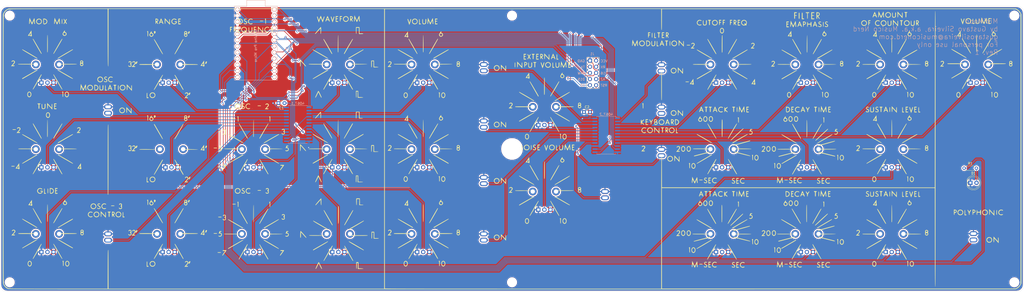
<source format=kicad_pcb>
(kicad_pcb (version 20171130) (host pcbnew "(5.1.7-0-10_14)")
  (title_block (title MidiMood) (date 2020-10-28) (rev 1) (company "Musico Nerd") (comment 1 "by Gustavo Silveira") (comment 2 "PCB based on the Minimoog pannel"))
  (layers (0 F.Cu signal) (31 B.Cu signal) (34 B.Paste user) (35 F.Paste user) (36 B.SilkS user) (37 F.SilkS user) (38 B.Mask user) (39 F.Mask user) (44 Edge.Cuts user))
  (net 0 "")
  (net 1 GND)
  (net 2 VCC)
  (net 3 "Net-(D1-Pad2)")
  (net 4 /TX)
  (net 5 /mux_9)
  (net 6 /mux_12)
  (net 7 /mux_15)
  (net 8 /mux_8)
  (net 9 /mux_10)
  (net 10 /mux_13)
  (net 11 /mux_5)
  (net 12 /mux_2)
  (net 13 /mux_7)
  (net 14 /mux_4)
  (net 15 /mux_1)
  (net 16 /mux_6)
  (net 17 /mux_3)
  (net 18 /mux_0)
  (net 19 /mux_10-2)
  (net 20 /mux_13-2)
  (net 21 /mux_5-2)
  (net 22 /mux_1-2)
  (net 23 /pot_2)
  (net 24 /mux_4-2)
  (net 25 /mux_0-2)
  (net 26 /pot_3)
  (net 27 /mux_3-2)
  (net 28 /pot_1)
  (net 29 /pot_4)
  (net 30 /mux_2-2)
  (net 31 /led)
  (net 32 /mux_14)
  (net 33 /mux_11)
  (net 34 /mux_8-2)
  (net 35 /mux_11-2)
  (net 36 /mux_14-2)
  (net 37 /mux_15-2)
  (net 38 /mux_12-2)
  (net 39 /mux_6-2)
  (net 40 /mux_7-2)
  (net 41 /mux_9-2)
  (net 42 /sw_1)
  (net 43 /S2)
  (net 44 /S3)
  (net 45 /S1)
  (net 46 /S0)
  (net 47 /SIG_1)
  (net 48 /SIG_2)
  (net 49 /RX)
  (net 50 /D16)
  (net 51 /D15)
  (net 52 /A2)
  (net 53 /A3)
  (net 54 /RST)
  (net 55 /RAW)
  (module promicro:ProMicro (layer B.Cu) (at 125.55 35.4 270)
    (fp_text reference U3 hide)
    (fp_text value Arduino_Pro_Micro)
    (pad 24 thru_hole circle (at -13.97 7.62 270) (size 1.6 1.6) (drill 1.1) (layers *.Cu *.Mask B.SilkS) (net 55 /RAW))
    (pad 23 thru_hole circle (at -11.43 7.62 270) (size 1.6 1.6) (drill 1.1) (layers *.Cu *.Mask B.SilkS) (net 1 GND))
    (pad 22 thru_hole circle (at -8.89 7.62 270) (size 1.6 1.6) (drill 1.1) (layers *.Cu *.Mask B.SilkS) (net 54 /RST))
    (pad 21 thru_hole circle (at -6.35 7.62 270) (size 1.6 1.6) (drill 1.1) (layers *.Cu *.Mask B.SilkS) (net 2 VCC))
    (pad 20 thru_hole circle (at -3.81 7.62 270) (size 1.6 1.6) (drill 1.1) (layers *.Cu *.Mask B.SilkS) (net 53 /A3))
    (pad 19 thru_hole circle (at -1.27 7.62 270) (size 1.6 1.6) (drill 1.1) (layers *.Cu *.Mask B.SilkS) (net 52 /A2))
    (pad 18 thru_hole circle (at 1.27 7.62 270) (size 1.6 1.6) (drill 1.1) (layers *.Cu *.Mask B.SilkS) (net 48 /SIG_2))
    (pad 17 thru_hole circle (at 3.81 7.62 270) (size 1.6 1.6) (drill 1.1) (layers *.Cu *.Mask B.SilkS) (net 47 /SIG_1))
    (pad 16 thru_hole circle (at 6.35 7.62 270) (size 1.6 1.6) (drill 1.1) (layers *.Cu *.Mask B.SilkS) (net 51 /D15))
    (pad 15 thru_hole circle (at 8.89 7.62 270) (size 1.6 1.6) (drill 1.1) (layers *.Cu *.Mask B.SilkS) (net 50 /D16))
    (pad 14 thru_hole circle (at 11.43 7.62 270) (size 1.6 1.6) (drill 1.1) (layers *.Cu *.Mask B.SilkS) (net 42 /sw_1))
    (pad 13 thru_hole circle (at 13.97 7.62 270) (size 1.6 1.6) (drill 1.1) (layers *.Cu *.Mask B.SilkS) (net 31 /led))
    (pad 12 thru_hole circle (at 13.97 -7.62 270) (size 1.6 1.6) (drill 1.1) (layers *.Cu *.Mask B.SilkS) (net 29 /pot_4))
    (pad 11 thru_hole circle (at 11.43 -7.62 270) (size 1.6 1.6) (drill 1.1) (layers *.Cu *.Mask B.SilkS) (net 26 /pot_3))
    (pad 10 thru_hole circle (at 8.89 -7.62 270) (size 1.6 1.6) (drill 1.1) (layers *.Cu *.Mask B.SilkS) (net 44 /S3))
    (pad 9 thru_hole circle (at 6.35 -7.62 270) (size 1.6 1.6) (drill 1.1) (layers *.Cu *.Mask B.SilkS) (net 23 /pot_2))
    (pad 8 thru_hole circle (at 3.81 -7.62 270) (size 1.6 1.6) (drill 1.1) (layers *.Cu *.Mask B.SilkS) (net 43 /S2))
    (pad 7 thru_hole circle (at 1.27 -7.62 270) (size 1.6 1.6) (drill 1.1) (layers *.Cu *.Mask B.SilkS) (net 28 /pot_1))
    (pad 6 thru_hole circle (at -1.27 -7.62 270) (size 1.6 1.6) (drill 1.1) (layers *.Cu *.Mask B.SilkS) (net 45 /S1))
    (pad 5 thru_hole circle (at -3.81 -7.62 270) (size 1.6 1.6) (drill 1.1) (layers *.Cu *.Mask B.SilkS) (net 46 /S0))
    (pad 4 thru_hole circle (at -6.35 -7.62 270) (size 1.6 1.6) (drill 1.1) (layers *.Cu *.Mask B.SilkS) (net 1 GND))
    (pad 3 thru_hole circle (at -8.89 -7.62 270) (size 1.6 1.6) (drill 1.1) (layers *.Cu *.Mask B.SilkS) (net 1 GND))
    (pad 2 thru_hole circle (at -11.43 -7.62 270) (size 1.6 1.6) (drill 1.1) (layers *.Cu *.Mask B.SilkS) (net 49 /RX))
    (pad 1 thru_hole rect (at -13.97 -7.62 270) (size 1.6 1.6) (drill 1.1) (layers *.Cu *.Mask B.SilkS) (net 4 /TX))
  )
  (module "Silks:MidiMood panel 2" (layer F.Cu) (at 231.2 79)
    (fp_text reference G*** hide)
    (fp_text value LOGO hide)
  )
  (module "Toggle Switch:Toggle switch small" (layer F.Cu) (at 64.55 61.69)
    (fp_text reference SW1 hide)
    (fp_text value SW)
    (pad 2 thru_hole oval (at 0 2.6) (size 3.3 2) (drill oval 2.3 1.1) (layers *.Cu *.Mask) (net 9 /mux_10))
    (pad 1 thru_hole oval (at 0 0) (size 3.3 2) (drill oval 2.3 1.1) (layers *.Cu *.Mask) (net 1 GND))
  )
  (module "Toggle Switch:Toggle switch small" (layer F.Cu) (at 64.55 114.19)
    (fp_text reference SW2 hide)
    (fp_text value SW)
    (pad 2 thru_hole oval (at 0 2.6) (size 3.3 2) (drill oval 2.3 1.1) (layers *.Cu *.Mask) (net 32 /mux_14))
    (pad 1 thru_hole oval (at 0 0) (size 3.3 2) (drill oval 2.3 1.1) (layers *.Cu *.Mask) (net 1 GND))
  )
  (module "Toggle Switch:Toggle switch small" (layer F.Cu) (at 219.55 44.19)
    (fp_text reference SW3 hide)
    (fp_text value SW)
    (pad 2 thru_hole oval (at 0 2.6) (size 3.3 2) (drill oval 2.3 1.1) (layers *.Cu *.Mask) (net 34 /mux_8-2))
    (pad 1 thru_hole oval (at 0 0) (size 3.3 2) (drill oval 2.3 1.1) (layers *.Cu *.Mask) (net 1 GND))
  )
  (module "Toggle Switch:Toggle switch small" (layer F.Cu) (at 219.55 67.523333)
    (fp_text reference SW4 hide)
    (fp_text value SW)
    (pad 2 thru_hole oval (at 0 2.6) (size 3.3 2) (drill oval 2.3 1.1) (layers *.Cu *.Mask) (net 35 /mux_11-2))
    (pad 1 thru_hole oval (at 0 0) (size 3.3 2) (drill oval 2.3 1.1) (layers *.Cu *.Mask) (net 1 GND))
  )
  (module "Toggle Switch:Toggle switch small" (layer F.Cu) (at 219.55 90.856666)
    (fp_text reference SW5 hide)
    (fp_text value SW)
    (pad 2 thru_hole oval (at 0 2.6) (size 3.3 2) (drill oval 2.3 1.1) (layers *.Cu *.Mask) (net 38 /mux_12-2))
    (pad 1 thru_hole oval (at 0 0) (size 3.3 2) (drill oval 2.3 1.1) (layers *.Cu *.Mask) (net 1 GND))
  )
  (module "Toggle Switch:Toggle switch small" (layer F.Cu) (at 219.55 114.19)
    (fp_text reference SW6 hide)
    (fp_text value SW)
    (pad 2 thru_hole oval (at 0 2.6) (size 3.3 2) (drill oval 2.3 1.1) (layers *.Cu *.Mask) (net 20 /mux_13-2))
    (pad 1 thru_hole oval (at 0 0) (size 3.3 2) (drill oval 2.3 1.1) (layers *.Cu *.Mask) (net 1 GND))
  )
  (module "Toggle Switch:Toggle switch small" (layer F.Cu) (at 269.55 96.69)
    (fp_text reference SW7 hide)
    (fp_text value SW)
    (pad 2 thru_hole oval (at 0 2.6) (size 3.3 2) (drill oval 2.3 1.1) (layers *.Cu *.Mask) (net 37 /mux_15-2))
    (pad 1 thru_hole oval (at 0 0) (size 3.3 2) (drill oval 2.3 1.1) (layers *.Cu *.Mask) (net 1 GND))
  )
  (module "Toggle Switch:Toggle switch small" (layer F.Cu) (at 292.85 44.29)
    (fp_text reference SW8 hide)
    (fp_text value SW)
    (pad 2 thru_hole oval (at 0 2.6) (size 3.3 2) (drill oval 2.3 1.1) (layers *.Cu *.Mask) (net 40 /mux_7-2))
    (pad 1 thru_hole oval (at 0 0) (size 3.3 2) (drill oval 2.3 1.1) (layers *.Cu *.Mask) (net 1 GND))
  )
  (module "Toggle Switch:Toggle switch small" (layer F.Cu) (at 292.85 61.79)
    (fp_text reference SW9 hide)
    (fp_text value SW)
    (pad 2 thru_hole oval (at 0 2.6) (size 3.3 2) (drill oval 2.3 1.1) (layers *.Cu *.Mask) (net 39 /mux_6-2))
    (pad 1 thru_hole oval (at 0 0) (size 3.3 2) (drill oval 2.3 1.1) (layers *.Cu *.Mask) (net 1 GND))
  )
  (module "Toggle Switch:Toggle switch small" (layer F.Cu) (at 292.85 79.29)
    (fp_text reference SW10 hide)
    (fp_text value SW)
    (pad 2 thru_hole oval (at 0 2.6) (size 3.3 2) (drill oval 2.3 1.1) (layers *.Cu *.Mask) (net 41 /mux_9-2))
    (pad 1 thru_hole oval (at 0 0) (size 3.3 2) (drill oval 2.3 1.1) (layers *.Cu *.Mask) (net 1 GND))
  )
  (module "Toggle Switch:Toggle switch small" (layer F.Cu) (at 421.55 114.09)
    (fp_text reference SW11 hide)
    (fp_text value SW)
    (pad 2 thru_hole oval (at 0 2.6) (size 3.3 2) (drill oval 2.3 1.1) (layers *.Cu *.Mask) (net 42 /sw_1))
    (pad 1 thru_hole oval (at 0 0) (size 3.3 2) (drill oval 2.3 1.1) (layers *.Cu *.Mask) (net 1 GND))
  )
  (module Potentiometer_THT:Potentiometer_Alpha_RD901F-40-00D_Single_Vertical_CircularHoles-noSilk (layer F.Cu) (at 39.55 114.19 90)
    (fp_text reference pot3 hide)
    (fp_text value 10k)
    (pad 1 thru_hole rect (at -7.5 -2.5 180) (size 1.8 1.8) (drill 1) (layers *.Cu *.Mask) (net 1 GND))
    (pad 2 thru_hole circle (at -7.5 0 180) (size 1.8 1.8) (drill 1) (layers *.Cu *.Mask) (net 10 /mux_13))
    (pad 3 thru_hole circle (at -7.5 2.5 180) (size 1.8 1.8) (drill 1) (layers *.Cu *.Mask) (net 2 VCC))
    (pad "" thru_hole circle (at 0 4.8 180) (size 3.24 3.24) (drill 1.8) (layers *.Cu *.Mask))
    (pad "" thru_hole circle (at 0 -4.8 180) (size 3.24 3.24) (drill 1.8) (layers *.Cu *.Mask))
  )
  (module Potentiometer_THT:Potentiometer_Alpha_RD901F-40-00D_Single_Vertical_CircularHoles-noSilk (layer F.Cu) (at 39.55 79.19 90)
    (fp_text reference pot2 hide)
    (fp_text value 10k)
    (pad 1 thru_hole rect (at -7.5 -2.5 180) (size 1.8 1.8) (drill 1) (layers *.Cu *.Mask) (net 1 GND))
    (pad 2 thru_hole circle (at -7.5 0 180) (size 1.8 1.8) (drill 1) (layers *.Cu *.Mask) (net 33 /mux_11))
    (pad 3 thru_hole circle (at -7.5 2.5 180) (size 1.8 1.8) (drill 1) (layers *.Cu *.Mask) (net 2 VCC))
    (pad "" thru_hole circle (at 0 4.8 180) (size 3.24 3.24) (drill 1.8) (layers *.Cu *.Mask))
    (pad "" thru_hole circle (at 0 -4.8 180) (size 3.24 3.24) (drill 1.8) (layers *.Cu *.Mask))
  )
  (module Potentiometer_THT:Potentiometer_Alpha_RD901F-40-00D_Single_Vertical_CircularHoles-noSilk (layer F.Cu) (at 89.55 44.19 90)
    (fp_text reference pot4 hide)
    (fp_text value 10k)
    (pad 1 thru_hole rect (at -7.5 -2.5 180) (size 1.8 1.8) (drill 1) (layers *.Cu *.Mask) (net 1 GND))
    (pad 2 thru_hole circle (at -7.5 0 180) (size 1.8 1.8) (drill 1) (layers *.Cu *.Mask) (net 8 /mux_8))
    (pad 3 thru_hole circle (at -7.5 2.5 180) (size 1.8 1.8) (drill 1) (layers *.Cu *.Mask) (net 2 VCC))
    (pad "" thru_hole circle (at 0 4.8 180) (size 3.24 3.24) (drill 1.8) (layers *.Cu *.Mask))
    (pad "" thru_hole circle (at 0 -4.8 180) (size 3.24 3.24) (drill 1.8) (layers *.Cu *.Mask))
  )
  (module Potentiometer_THT:Potentiometer_Alpha_RD901F-40-00D_Single_Vertical_CircularHoles-noSilk (layer F.Cu) (at 90.725001 79.19 90)
    (fp_text reference pot5 hide)
    (fp_text value 10k)
    (pad 1 thru_hole rect (at -7.5 -2.5 180) (size 1.8 1.8) (drill 1) (layers *.Cu *.Mask) (net 1 GND))
    (pad 2 thru_hole circle (at -7.5 0 180) (size 1.8 1.8) (drill 1) (layers *.Cu *.Mask) (net 6 /mux_12))
    (pad 3 thru_hole circle (at -7.5 2.5 180) (size 1.8 1.8) (drill 1) (layers *.Cu *.Mask) (net 2 VCC))
    (pad "" thru_hole circle (at 0 4.8 180) (size 3.24 3.24) (drill 1.8) (layers *.Cu *.Mask))
    (pad "" thru_hole circle (at 0 -4.8 180) (size 3.24 3.24) (drill 1.8) (layers *.Cu *.Mask))
  )
  (module Potentiometer_THT:Potentiometer_Alpha_RD901F-40-00D_Single_Vertical_CircularHoles-noSilk (layer F.Cu) (at 89.55 114.19 90)
    (fp_text reference pot6 hide)
    (fp_text value 10k)
    (pad 1 thru_hole rect (at -7.5 -2.5 180) (size 1.8 1.8) (drill 1) (layers *.Cu *.Mask) (net 1 GND))
    (pad 2 thru_hole circle (at -7.5 0 180) (size 1.8 1.8) (drill 1) (layers *.Cu *.Mask) (net 7 /mux_15))
    (pad 3 thru_hole circle (at -7.5 2.5 180) (size 1.8 1.8) (drill 1) (layers *.Cu *.Mask) (net 2 VCC))
    (pad "" thru_hole circle (at 0 4.8 180) (size 3.24 3.24) (drill 1.8) (layers *.Cu *.Mask))
    (pad "" thru_hole circle (at 0 -4.8 180) (size 3.24 3.24) (drill 1.8) (layers *.Cu *.Mask))
  )
  (module Potentiometer_THT:Potentiometer_Alpha_RD901F-40-00D_Single_Vertical_CircularHoles-noSilk (layer F.Cu) (at 124.55 79.19 90)
    (fp_text reference pot7 hide)
    (fp_text value 10k)
    (pad 1 thru_hole rect (at -7.5 -2.5 180) (size 1.8 1.8) (drill 1) (layers *.Cu *.Mask) (net 1 GND))
    (pad 2 thru_hole circle (at -7.5 0 180) (size 1.8 1.8) (drill 1) (layers *.Cu *.Mask) (net 11 /mux_5))
    (pad 3 thru_hole circle (at -7.5 2.5 180) (size 1.8 1.8) (drill 1) (layers *.Cu *.Mask) (net 2 VCC))
    (pad "" thru_hole circle (at 0 4.8 180) (size 3.24 3.24) (drill 1.8) (layers *.Cu *.Mask))
    (pad "" thru_hole circle (at 0 -4.8 180) (size 3.24 3.24) (drill 1.8) (layers *.Cu *.Mask))
  )
  (module Potentiometer_THT:Potentiometer_Alpha_RD901F-40-00D_Single_Vertical_CircularHoles-noSilk (layer F.Cu) (at 124.55 114.19 90)
    (fp_text reference pot8 hide)
    (fp_text value 10k)
    (pad 1 thru_hole rect (at -7.5 -2.5 180) (size 1.8 1.8) (drill 1) (layers *.Cu *.Mask) (net 1 GND))
    (pad 2 thru_hole circle (at -7.5 0 180) (size 1.8 1.8) (drill 1) (layers *.Cu *.Mask) (net 12 /mux_2))
    (pad 3 thru_hole circle (at -7.5 2.5 180) (size 1.8 1.8) (drill 1) (layers *.Cu *.Mask) (net 2 VCC))
    (pad "" thru_hole circle (at 0 4.8 180) (size 3.24 3.24) (drill 1.8) (layers *.Cu *.Mask))
    (pad "" thru_hole circle (at 0 -4.8 180) (size 3.24 3.24) (drill 1.8) (layers *.Cu *.Mask))
  )
  (module Potentiometer_THT:Potentiometer_Alpha_RD901F-40-00D_Single_Vertical_CircularHoles-noSilk (layer F.Cu) (at 159.55 44.19 90)
    (fp_text reference pot9 hide)
    (fp_text value 10k)
    (pad 1 thru_hole rect (at -7.5 -2.5 180) (size 1.8 1.8) (drill 1) (layers *.Cu *.Mask) (net 1 GND))
    (pad 2 thru_hole circle (at -7.5 0 180) (size 1.8 1.8) (drill 1) (layers *.Cu *.Mask) (net 13 /mux_7))
    (pad 3 thru_hole circle (at -7.5 2.5 180) (size 1.8 1.8) (drill 1) (layers *.Cu *.Mask) (net 2 VCC))
    (pad "" thru_hole circle (at 0 4.8 180) (size 3.24 3.24) (drill 1.8) (layers *.Cu *.Mask))
    (pad "" thru_hole circle (at 0 -4.8 180) (size 3.24 3.24) (drill 1.8) (layers *.Cu *.Mask))
  )
  (module Potentiometer_THT:Potentiometer_Alpha_RD901F-40-00D_Single_Vertical_CircularHoles-noSilk (layer F.Cu) (at 159.55 79.19 90)
    (fp_text reference pot10 hide)
    (fp_text value 10k)
    (pad 1 thru_hole rect (at -7.5 -2.5 180) (size 1.8 1.8) (drill 1) (layers *.Cu *.Mask) (net 1 GND))
    (pad 2 thru_hole circle (at -7.5 0 180) (size 1.8 1.8) (drill 1) (layers *.Cu *.Mask) (net 17 /mux_3))
    (pad 3 thru_hole circle (at -7.5 2.5 180) (size 1.8 1.8) (drill 1) (layers *.Cu *.Mask) (net 2 VCC))
    (pad "" thru_hole circle (at 0 4.8 180) (size 3.24 3.24) (drill 1.8) (layers *.Cu *.Mask))
    (pad "" thru_hole circle (at 0 -4.8 180) (size 3.24 3.24) (drill 1.8) (layers *.Cu *.Mask))
  )
  (module Potentiometer_THT:Potentiometer_Alpha_RD901F-40-00D_Single_Vertical_CircularHoles-noSilk (layer F.Cu) (at 159.55 114.19 90)
    (fp_text reference pot11 hide)
    (fp_text value 10k)
    (pad 1 thru_hole rect (at -7.5 -2.5 180) (size 1.8 1.8) (drill 1) (layers *.Cu *.Mask) (net 1 GND))
    (pad 2 thru_hole circle (at -7.5 0 180) (size 1.8 1.8) (drill 1) (layers *.Cu *.Mask) (net 18 /mux_0))
    (pad 3 thru_hole circle (at -7.5 2.5 180) (size 1.8 1.8) (drill 1) (layers *.Cu *.Mask) (net 2 VCC))
    (pad "" thru_hole circle (at 0 4.8 180) (size 3.24 3.24) (drill 1.8) (layers *.Cu *.Mask))
    (pad "" thru_hole circle (at 0 -4.8 180) (size 3.24 3.24) (drill 1.8) (layers *.Cu *.Mask))
  )
  (module Potentiometer_THT:Potentiometer_Alpha_RD901F-40-00D_Single_Vertical_CircularHoles-noSilk (layer F.Cu) (at 194.55 44.19 90)
    (fp_text reference pot12 hide)
    (fp_text value 10k)
    (pad 1 thru_hole rect (at -7.5 -2.5 180) (size 1.8 1.8) (drill 1) (layers *.Cu *.Mask) (net 1 GND))
    (pad 2 thru_hole circle (at -7.5 0 180) (size 1.8 1.8) (drill 1) (layers *.Cu *.Mask) (net 16 /mux_6))
    (pad 3 thru_hole circle (at -7.5 2.5 180) (size 1.8 1.8) (drill 1) (layers *.Cu *.Mask) (net 2 VCC))
    (pad "" thru_hole circle (at 0 4.8 180) (size 3.24 3.24) (drill 1.8) (layers *.Cu *.Mask))
    (pad "" thru_hole circle (at 0 -4.8 180) (size 3.24 3.24) (drill 1.8) (layers *.Cu *.Mask))
  )
  (module Potentiometer_THT:Potentiometer_Alpha_RD901F-40-00D_Single_Vertical_CircularHoles-noSilk (layer F.Cu) (at 194.55 79.19 90)
    (fp_text reference pot13 hide)
    (fp_text value 10k)
    (pad 1 thru_hole rect (at -7.5 -2.5 180) (size 1.8 1.8) (drill 1) (layers *.Cu *.Mask) (net 1 GND))
    (pad 2 thru_hole circle (at -7.5 0 180) (size 1.8 1.8) (drill 1) (layers *.Cu *.Mask) (net 14 /mux_4))
    (pad 3 thru_hole circle (at -7.5 2.5 180) (size 1.8 1.8) (drill 1) (layers *.Cu *.Mask) (net 2 VCC))
    (pad "" thru_hole circle (at 0 4.8 180) (size 3.24 3.24) (drill 1.8) (layers *.Cu *.Mask))
    (pad "" thru_hole circle (at 0 -4.8 180) (size 3.24 3.24) (drill 1.8) (layers *.Cu *.Mask))
  )
  (module Potentiometer_THT:Potentiometer_Alpha_RD901F-40-00D_Single_Vertical_CircularHoles-noSilk (layer F.Cu) (at 194.55 114.19 90)
    (fp_text reference pot14 hide)
    (fp_text value 10k)
    (pad 1 thru_hole rect (at -7.5 -2.5 180) (size 1.8 1.8) (drill 1) (layers *.Cu *.Mask) (net 1 GND))
    (pad 2 thru_hole circle (at -7.5 0 180) (size 1.8 1.8) (drill 1) (layers *.Cu *.Mask) (net 15 /mux_1))
    (pad 3 thru_hole circle (at -7.5 2.5 180) (size 1.8 1.8) (drill 1) (layers *.Cu *.Mask) (net 2 VCC))
    (pad "" thru_hole circle (at 0 4.8 180) (size 3.24 3.24) (drill 1.8) (layers *.Cu *.Mask))
    (pad "" thru_hole circle (at 0 -4.8 180) (size 3.24 3.24) (drill 1.8) (layers *.Cu *.Mask))
  )
  (module Potentiometer_THT:Potentiometer_Alpha_RD901F-40-00D_Single_Vertical_CircularHoles-noSilk (layer F.Cu) (at 244.55 61.69 90)
    (fp_text reference pot15 hide)
    (fp_text value 10k)
    (pad 1 thru_hole rect (at -7.5 -2.5 180) (size 1.8 1.8) (drill 1) (layers *.Cu *.Mask) (net 1 GND))
    (pad 2 thru_hole circle (at -7.5 0 180) (size 1.8 1.8) (drill 1) (layers *.Cu *.Mask) (net 19 /mux_10-2))
    (pad 3 thru_hole circle (at -7.5 2.5 180) (size 1.8 1.8) (drill 1) (layers *.Cu *.Mask) (net 2 VCC))
    (pad "" thru_hole circle (at 0 4.8 180) (size 3.24 3.24) (drill 1.8) (layers *.Cu *.Mask))
    (pad "" thru_hole circle (at 0 -4.8 180) (size 3.24 3.24) (drill 1.8) (layers *.Cu *.Mask))
  )
  (module Potentiometer_THT:Potentiometer_Alpha_RD901F-40-00D_Single_Vertical_CircularHoles-noSilk (layer F.Cu) (at 244.55 96.69 90)
    (fp_text reference pot16 hide)
    (fp_text value 10k)
    (pad 1 thru_hole rect (at -7.5 -2.5 180) (size 1.8 1.8) (drill 1) (layers *.Cu *.Mask) (net 1 GND))
    (pad 2 thru_hole circle (at -7.5 0 180) (size 1.8 1.8) (drill 1) (layers *.Cu *.Mask) (net 36 /mux_14-2))
    (pad 3 thru_hole circle (at -7.5 2.5 180) (size 1.8 1.8) (drill 1) (layers *.Cu *.Mask) (net 2 VCC))
    (pad "" thru_hole circle (at 0 4.8 180) (size 3.24 3.24) (drill 1.8) (layers *.Cu *.Mask))
    (pad "" thru_hole circle (at 0 -4.8 180) (size 3.24 3.24) (drill 1.8) (layers *.Cu *.Mask))
  )
  (module Potentiometer_THT:Potentiometer_Alpha_RD901F-40-00D_Single_Vertical_CircularHoles-noSilk (layer F.Cu) (at 317.85 44.19 90)
    (fp_text reference pot17 hide)
    (fp_text value 10k)
    (pad 1 thru_hole rect (at -7.5 -2.5 180) (size 1.8 1.8) (drill 1) (layers *.Cu *.Mask) (net 1 GND))
    (pad 2 thru_hole circle (at -7.5 0 180) (size 1.8 1.8) (drill 1) (layers *.Cu *.Mask) (net 21 /mux_5-2))
    (pad 3 thru_hole circle (at -7.5 2.5 180) (size 1.8 1.8) (drill 1) (layers *.Cu *.Mask) (net 2 VCC))
    (pad "" thru_hole circle (at 0 4.8 180) (size 3.24 3.24) (drill 1.8) (layers *.Cu *.Mask))
    (pad "" thru_hole circle (at 0 -4.8 180) (size 3.24 3.24) (drill 1.8) (layers *.Cu *.Mask))
  )
  (module Potentiometer_THT:Potentiometer_Alpha_RD901F-40-00D_Single_Vertical_CircularHoles-noSilk (layer F.Cu) (at 317.85 79.19 90)
    (fp_text reference pot18 hide)
    (fp_text value 10k)
    (pad 1 thru_hole rect (at -7.5 -2.5 180) (size 1.8 1.8) (drill 1) (layers *.Cu *.Mask) (net 1 GND))
    (pad 2 thru_hole circle (at -7.5 0 180) (size 1.8 1.8) (drill 1) (layers *.Cu *.Mask) (net 25 /mux_0-2))
    (pad 3 thru_hole circle (at -7.5 2.5 180) (size 1.8 1.8) (drill 1) (layers *.Cu *.Mask) (net 2 VCC))
    (pad "" thru_hole circle (at 0 4.8 180) (size 3.24 3.24) (drill 1.8) (layers *.Cu *.Mask))
    (pad "" thru_hole circle (at 0 -4.8 180) (size 3.24 3.24) (drill 1.8) (layers *.Cu *.Mask))
  )
  (module Potentiometer_THT:Potentiometer_Alpha_RD901F-40-00D_Single_Vertical_CircularHoles-noSilk (layer F.Cu) (at 317.85 114.19 90)
    (fp_text reference pot19 hide)
    (fp_text value 10k)
    (pad 1 thru_hole rect (at -7.5 -2.5 180) (size 1.8 1.8) (drill 1) (layers *.Cu *.Mask) (net 1 GND))
    (pad 2 thru_hole circle (at -7.5 0 180) (size 1.8 1.8) (drill 1) (layers *.Cu *.Mask) (net 23 /pot_2))
    (pad 3 thru_hole circle (at -7.5 2.5 180) (size 1.8 1.8) (drill 1) (layers *.Cu *.Mask) (net 2 VCC))
    (pad "" thru_hole circle (at 0 4.8 180) (size 3.24 3.24) (drill 1.8) (layers *.Cu *.Mask))
    (pad "" thru_hole circle (at 0 -4.8 180) (size 3.24 3.24) (drill 1.8) (layers *.Cu *.Mask))
  )
  (module Potentiometer_THT:Potentiometer_Alpha_RD901F-40-00D_Single_Vertical_CircularHoles-noSilk (layer F.Cu) (at 352.85 44.19 90)
    (fp_text reference pot20 hide)
    (fp_text value 10k)
    (pad 1 thru_hole rect (at -7.5 -2.5 180) (size 1.8 1.8) (drill 1) (layers *.Cu *.Mask) (net 1 GND))
    (pad 2 thru_hole circle (at -7.5 0 180) (size 1.8 1.8) (drill 1) (layers *.Cu *.Mask) (net 24 /mux_4-2))
    (pad 3 thru_hole circle (at -7.5 2.5 180) (size 1.8 1.8) (drill 1) (layers *.Cu *.Mask) (net 2 VCC))
    (pad "" thru_hole circle (at 0 4.8 180) (size 3.24 3.24) (drill 1.8) (layers *.Cu *.Mask))
    (pad "" thru_hole circle (at 0 -4.8 180) (size 3.24 3.24) (drill 1.8) (layers *.Cu *.Mask))
  )
  (module Potentiometer_THT:Potentiometer_Alpha_RD901F-40-00D_Single_Vertical_CircularHoles-noSilk (layer F.Cu) (at 352.85 79.19 90)
    (fp_text reference pot21 hide)
    (fp_text value 10k)
    (pad 1 thru_hole rect (at -7.5 -2.5 180) (size 1.8 1.8) (drill 1) (layers *.Cu *.Mask) (net 1 GND))
    (pad 2 thru_hole circle (at -7.5 0 180) (size 1.8 1.8) (drill 1) (layers *.Cu *.Mask) (net 22 /mux_1-2))
    (pad 3 thru_hole circle (at -7.5 2.5 180) (size 1.8 1.8) (drill 1) (layers *.Cu *.Mask) (net 2 VCC))
    (pad "" thru_hole circle (at 0 4.8 180) (size 3.24 3.24) (drill 1.8) (layers *.Cu *.Mask))
    (pad "" thru_hole circle (at 0 -4.8 180) (size 3.24 3.24) (drill 1.8) (layers *.Cu *.Mask))
  )
  (module Potentiometer_THT:Potentiometer_Alpha_RD901F-40-00D_Single_Vertical_CircularHoles-noSilk (layer F.Cu) (at 352.85 114.19 90)
    (fp_text reference pot22 hide)
    (fp_text value 10k)
    (pad 1 thru_hole rect (at -7.5 -2.5 180) (size 1.8 1.8) (drill 1) (layers *.Cu *.Mask) (net 1 GND))
    (pad 2 thru_hole circle (at -7.5 0 180) (size 1.8 1.8) (drill 1) (layers *.Cu *.Mask) (net 26 /pot_3))
    (pad 3 thru_hole circle (at -7.5 2.5 180) (size 1.8 1.8) (drill 1) (layers *.Cu *.Mask) (net 2 VCC))
    (pad "" thru_hole circle (at 0 4.8 180) (size 3.24 3.24) (drill 1.8) (layers *.Cu *.Mask))
    (pad "" thru_hole circle (at 0 -4.8 180) (size 3.24 3.24) (drill 1.8) (layers *.Cu *.Mask))
  )
  (module Potentiometer_THT:Potentiometer_Alpha_RD901F-40-00D_Single_Vertical_CircularHoles-noSilk (layer F.Cu) (at 387.85 44.19 90)
    (fp_text reference pot23 hide)
    (fp_text value 10k)
    (pad 1 thru_hole rect (at -7.5 -2.5 180) (size 1.8 1.8) (drill 1) (layers *.Cu *.Mask) (net 1 GND))
    (pad 2 thru_hole circle (at -7.5 0 180) (size 1.8 1.8) (drill 1) (layers *.Cu *.Mask) (net 27 /mux_3-2))
    (pad 3 thru_hole circle (at -7.5 2.5 180) (size 1.8 1.8) (drill 1) (layers *.Cu *.Mask) (net 2 VCC))
    (pad "" thru_hole circle (at 0 4.8 180) (size 3.24 3.24) (drill 1.8) (layers *.Cu *.Mask))
    (pad "" thru_hole circle (at 0 -4.8 180) (size 3.24 3.24) (drill 1.8) (layers *.Cu *.Mask))
  )
  (module Potentiometer_THT:Potentiometer_Alpha_RD901F-40-00D_Single_Vertical_CircularHoles-noSilk (layer F.Cu) (at 387.85 79.19 90)
    (fp_text reference pot24 hide)
    (fp_text value 10k)
    (pad 1 thru_hole rect (at -7.5 -2.5 180) (size 1.8 1.8) (drill 1) (layers *.Cu *.Mask) (net 1 GND))
    (pad 2 thru_hole circle (at -7.5 0 180) (size 1.8 1.8) (drill 1) (layers *.Cu *.Mask) (net 28 /pot_1))
    (pad 3 thru_hole circle (at -7.5 2.5 180) (size 1.8 1.8) (drill 1) (layers *.Cu *.Mask) (net 2 VCC))
    (pad "" thru_hole circle (at 0 4.8 180) (size 3.24 3.24) (drill 1.8) (layers *.Cu *.Mask))
    (pad "" thru_hole circle (at 0 -4.8 180) (size 3.24 3.24) (drill 1.8) (layers *.Cu *.Mask))
  )
  (module Potentiometer_THT:Potentiometer_Alpha_RD901F-40-00D_Single_Vertical_CircularHoles-noSilk (layer F.Cu) (at 387.85 114.19 90)
    (fp_text reference pot25 hide)
    (fp_text value 10k)
    (pad 1 thru_hole rect (at -7.5 -2.5 180) (size 1.8 1.8) (drill 1) (layers *.Cu *.Mask) (net 1 GND))
    (pad 2 thru_hole circle (at -7.5 0 180) (size 1.8 1.8) (drill 1) (layers *.Cu *.Mask) (net 29 /pot_4))
    (pad 3 thru_hole circle (at -7.5 2.5 180) (size 1.8 1.8) (drill 1) (layers *.Cu *.Mask) (net 2 VCC))
    (pad "" thru_hole circle (at 0 4.8 180) (size 3.24 3.24) (drill 1.8) (layers *.Cu *.Mask))
    (pad "" thru_hole circle (at 0 -4.8 180) (size 3.24 3.24) (drill 1.8) (layers *.Cu *.Mask))
  )
  (module Potentiometer_THT:Potentiometer_Alpha_RD901F-40-00D_Single_Vertical_CircularHoles-noSilk (layer F.Cu) (at 422.85 44.19 90)
    (fp_text reference pot26 hide)
    (fp_text value 10k)
    (pad 1 thru_hole rect (at -7.5 -2.5 180) (size 1.8 1.8) (drill 1) (layers *.Cu *.Mask) (net 1 GND))
    (pad 2 thru_hole circle (at -7.5 0 180) (size 1.8 1.8) (drill 1) (layers *.Cu *.Mask) (net 30 /mux_2-2))
    (pad 3 thru_hole circle (at -7.5 2.5 180) (size 1.8 1.8) (drill 1) (layers *.Cu *.Mask) (net 2 VCC))
    (pad "" thru_hole circle (at 0 4.8 180) (size 3.24 3.24) (drill 1.8) (layers *.Cu *.Mask))
    (pad "" thru_hole circle (at 0 -4.8 180) (size 3.24 3.24) (drill 1.8) (layers *.Cu *.Mask))
  )
  (module Potentiometer_THT:Potentiometer_Alpha_RD901F-40-00D_Single_Vertical_CircularHoles-noSilk (layer F.Cu) (at 39.55 44.19 90)
    (fp_text reference pot1 hide)
    (fp_text value 10k)
    (pad 1 thru_hole rect (at -7.5 -2.5 180) (size 1.8 1.8) (drill 1) (layers *.Cu *.Mask) (net 1 GND))
    (pad 2 thru_hole circle (at -7.5 0 180) (size 1.8 1.8) (drill 1) (layers *.Cu *.Mask) (net 5 /mux_9))
    (pad 3 thru_hole circle (at -7.5 2.5 180) (size 1.8 1.8) (drill 1) (layers *.Cu *.Mask) (net 2 VCC))
    (pad "" thru_hole circle (at 0 4.8 180) (size 3.24 3.24) (drill 1.8) (layers *.Cu *.Mask))
    (pad "" thru_hole circle (at 0 -4.8 180) (size 3.24 3.24) (drill 1.8) (layers *.Cu *.Mask))
  )
  (module MountingHole:MountingHole_3.2mm_M3 (layer F.Cu) (at 231.2 24)
    (fp_text reference REF** hide)
    (fp_text value MountingHole_3.2mm_M3)
    (pad 1 np_thru_hole circle (at 0 0) (size 3.2 3.2) (drill 3.2) (layers *.Cu *.Mask))
  )
  (module MountingHole:MountingHole_3.2mm_M3 (layer F.Cu) (at 231.2 134.19)
    (fp_text reference REF** hide)
    (fp_text value MountingHole_3.2mm_M3)
    (pad 1 np_thru_hole circle (at 0 0) (size 3.2 3.2) (drill 3.2) (layers *.Cu *.Mask))
  )
  (module MountingHole:MountingHole_3.2mm_M3 (layer F.Cu) (at 438.42 134.19)
    (fp_text reference REF** hide)
    (fp_text value MountingHole_3.2mm_M3)
    (pad 1 np_thru_hole circle (at 0 0) (size 3.2 3.2) (drill 3.2) (layers *.Cu *.Mask))
  )
  (module MountingHole:MountingHole_3.2mm_M3 (layer F.Cu) (at 23.99 134.19)
    (fp_text reference REF** hide)
    (fp_text value MountingHole_3.2mm_M3)
    (pad 1 np_thru_hole circle (at 0 0) (size 3.2 3.2) (drill 3.2) (layers *.Cu *.Mask))
  )
  (module MountingHole:MountingHole_3.2mm_M3 (layer F.Cu) (at 23.99 24)
    (fp_text reference REF** hide)
    (fp_text value MountingHole_3.2mm_M3)
    (pad 1 np_thru_hole circle (at 0 0) (size 3.2 3.2) (drill 3.2) (layers *.Cu *.Mask))
  )
  (module MountingHole:MountingHole_3.2mm_M3 (layer F.Cu) (at 438.42 24)
    (fp_text reference REF** hide)
    (fp_text value MountingHole_3.2mm_M3)
    (pad 1 np_thru_hole circle (at 0 0) (size 3.2 3.2) (drill 3.2) (layers *.Cu *.Mask))
  )
  (module MountingHole:MountingHole_3.2mm_M3 (layer F.Cu) (at 231.2 79.09)
    (fp_text reference REF** hide)
    (fp_text value MountingHole_3.2mm_M3)
    (pad "" np_thru_hole circle (at 0 0) (size 8 8) (drill 8) (layers *.Cu *.Mask))
  )
  (module LED_THT:LED_D5.0mm (layer F.Cu) (at 420.275 93.09)
    (fp_text reference D1 (at 1.27 -3.96) (layer F.SilkS))
    (fp_text value LED)
    (pad 2 thru_hole circle (at 2.54 0) (size 1.8 1.8) (drill 0.9) (layers *.Cu *.Mask) (net 3 "Net-(D1-Pad2)"))
    (pad 1 thru_hole rect (at 0 0) (size 1.8 1.8) (drill 0.9) (layers *.Cu *.Mask) (net 1 GND))
  )
  (module Package_SO:SOIC-24W_7.5x15.4mm_P1.27mm (layer B.Cu) (at 142.8 68.94 180)
    (fp_text reference 4067_1 (at 0 8.65) (layer B.SilkS) (effects (justify mirror)))
    (fp_text value CD74HC4067M)
    (pad 24 smd roundrect (at 4.65 6.985 180) (size 2.05 0.6) (layers B.Cu B.Paste B.Mask) (net 2 VCC))
    (pad 23 smd roundrect (at 4.65 5.715 180) (size 2.05 0.6) (layers B.Cu B.Paste B.Mask) (net 8 /mux_8))
    (pad 22 smd roundrect (at 4.65 4.445 180) (size 2.05 0.6) (layers B.Cu B.Paste B.Mask) (net 5 /mux_9))
    (pad 21 smd roundrect (at 4.65 3.175 180) (size 2.05 0.6) (layers B.Cu B.Paste B.Mask) (net 9 /mux_10))
    (pad 20 smd roundrect (at 4.65 1.905 180) (size 2.05 0.6) (layers B.Cu B.Paste B.Mask) (net 33 /mux_11))
    (pad 19 smd roundrect (at 4.65 0.635 180) (size 2.05 0.6) (layers B.Cu B.Paste B.Mask) (net 6 /mux_12))
    (pad 18 smd roundrect (at 4.65 -0.635 180) (size 2.05 0.6) (layers B.Cu B.Paste B.Mask) (net 10 /mux_13))
    (pad 17 smd roundrect (at 4.65 -1.905 180) (size 2.05 0.6) (layers B.Cu B.Paste B.Mask) (net 32 /mux_14))
    (pad 16 smd roundrect (at 4.65 -3.175 180) (size 2.05 0.6) (layers B.Cu B.Paste B.Mask) (net 7 /mux_15))
    (pad 15 smd roundrect (at 4.65 -4.445 180) (size 2.05 0.6) (layers B.Cu B.Paste B.Mask) (net 1 GND))
    (pad 14 smd roundrect (at 4.65 -5.715 180) (size 2.05 0.6) (layers B.Cu B.Paste B.Mask) (net 43 /S2))
    (pad 13 smd roundrect (at 4.65 -6.985 180) (size 2.05 0.6) (layers B.Cu B.Paste B.Mask) (net 44 /S3))
    (pad 12 smd roundrect (at -4.65 -6.985 180) (size 2.05 0.6) (layers B.Cu B.Paste B.Mask) (net 1 GND))
    (pad 11 smd roundrect (at -4.65 -5.715 180) (size 2.05 0.6) (layers B.Cu B.Paste B.Mask) (net 45 /S1))
    (pad 10 smd roundrect (at -4.65 -4.445 180) (size 2.05 0.6) (layers B.Cu B.Paste B.Mask) (net 46 /S0))
    (pad 9 smd roundrect (at -4.65 -3.175 180) (size 2.05 0.6) (layers B.Cu B.Paste B.Mask) (net 18 /mux_0))
    (pad 8 smd roundrect (at -4.65 -1.905 180) (size 2.05 0.6) (layers B.Cu B.Paste B.Mask) (net 15 /mux_1))
    (pad 7 smd roundrect (at -4.65 -0.635 180) (size 2.05 0.6) (layers B.Cu B.Paste B.Mask) (net 12 /mux_2))
    (pad 6 smd roundrect (at -4.65 0.635 180) (size 2.05 0.6) (layers B.Cu B.Paste B.Mask) (net 17 /mux_3))
    (pad 5 smd roundrect (at -4.65 1.905 180) (size 2.05 0.6) (layers B.Cu B.Paste B.Mask) (net 14 /mux_4))
    (pad 4 smd roundrect (at -4.65 3.175 180) (size 2.05 0.6) (layers B.Cu B.Paste B.Mask) (net 11 /mux_5))
    (pad 3 smd roundrect (at -4.65 4.445 180) (size 2.05 0.6) (layers B.Cu B.Paste B.Mask) (net 16 /mux_6))
    (pad 2 smd roundrect (at -4.65 5.715 180) (size 2.05 0.6) (layers B.Cu B.Paste B.Mask) (net 13 /mux_7))
    (pad 1 smd roundrect (at -4.65 6.985 180) (size 2.05 0.6) (layers B.Cu B.Paste B.Mask) (net 47 /SIG_1))
  )
  (module Package_SO:SOIC-24W_7.5x15.4mm_P1.27mm (layer B.Cu) (at 270.05 73.44 180)
    (fp_text reference 4067_2 (at 0 8.65) (layer B.SilkS) (effects (justify mirror)))
    (fp_text value CD74HC4067M)
    (pad 24 smd roundrect (at 4.65 6.985 180) (size 2.05 0.6) (layers B.Cu B.Paste B.Mask) (net 2 VCC))
    (pad 23 smd roundrect (at 4.65 5.715 180) (size 2.05 0.6) (layers B.Cu B.Paste B.Mask) (net 34 /mux_8-2))
    (pad 22 smd roundrect (at 4.65 4.445 180) (size 2.05 0.6) (layers B.Cu B.Paste B.Mask) (net 41 /mux_9-2))
    (pad 21 smd roundrect (at 4.65 3.175 180) (size 2.05 0.6) (layers B.Cu B.Paste B.Mask) (net 19 /mux_10-2))
    (pad 20 smd roundrect (at 4.65 1.905 180) (size 2.05 0.6) (layers B.Cu B.Paste B.Mask) (net 35 /mux_11-2))
    (pad 19 smd roundrect (at 4.65 0.635 180) (size 2.05 0.6) (layers B.Cu B.Paste B.Mask) (net 38 /mux_12-2))
    (pad 18 smd roundrect (at 4.65 -0.635 180) (size 2.05 0.6) (layers B.Cu B.Paste B.Mask) (net 20 /mux_13-2))
    (pad 17 smd roundrect (at 4.65 -1.905 180) (size 2.05 0.6) (layers B.Cu B.Paste B.Mask) (net 36 /mux_14-2))
    (pad 16 smd roundrect (at 4.65 -3.175 180) (size 2.05 0.6) (layers B.Cu B.Paste B.Mask) (net 37 /mux_15-2))
    (pad 15 smd roundrect (at 4.65 -4.445 180) (size 2.05 0.6) (layers B.Cu B.Paste B.Mask) (net 1 GND))
    (pad 14 smd roundrect (at 4.65 -5.715 180) (size 2.05 0.6) (layers B.Cu B.Paste B.Mask) (net 43 /S2))
    (pad 13 smd roundrect (at 4.65 -6.985 180) (size 2.05 0.6) (layers B.Cu B.Paste B.Mask) (net 44 /S3))
    (pad 12 smd roundrect (at -4.65 -6.985 180) (size 2.05 0.6) (layers B.Cu B.Paste B.Mask) (net 1 GND))
    (pad 11 smd roundrect (at -4.65 -5.715 180) (size 2.05 0.6) (layers B.Cu B.Paste B.Mask) (net 45 /S1))
    (pad 10 smd roundrect (at -4.65 -4.445 180) (size 2.05 0.6) (layers B.Cu B.Paste B.Mask) (net 46 /S0))
    (pad 9 smd roundrect (at -4.65 -3.175 180) (size 2.05 0.6) (layers B.Cu B.Paste B.Mask) (net 25 /mux_0-2))
    (pad 8 smd roundrect (at -4.65 -1.905 180) (size 2.05 0.6) (layers B.Cu B.Paste B.Mask) (net 22 /mux_1-2))
    (pad 7 smd roundrect (at -4.65 -0.635 180) (size 2.05 0.6) (layers B.Cu B.Paste B.Mask) (net 30 /mux_2-2))
    (pad 6 smd roundrect (at -4.65 0.635 180) (size 2.05 0.6) (layers B.Cu B.Paste B.Mask) (net 27 /mux_3-2))
    (pad 5 smd roundrect (at -4.65 1.905 180) (size 2.05 0.6) (layers B.Cu B.Paste B.Mask) (net 24 /mux_4-2))
    (pad 4 smd roundrect (at -4.65 3.175 180) (size 2.05 0.6) (layers B.Cu B.Paste B.Mask) (net 21 /mux_5-2))
    (pad 3 smd roundrect (at -4.65 4.445 180) (size 2.05 0.6) (layers B.Cu B.Paste B.Mask) (net 39 /mux_6-2))
    (pad 2 smd roundrect (at -4.65 5.715 180) (size 2.05 0.6) (layers B.Cu B.Paste B.Mask) (net 40 /mux_7-2))
    (pad 1 smd roundrect (at -4.65 6.985 180) (size 2.05 0.6) (layers B.Cu B.Paste B.Mask) (net 48 /SIG_2))
  )
  (module Connector_PinHeader_2.54mm:PinHeader_2x05_P2.54mm_Vertical (layer F.Cu) (at 263.35 42.59)
    (fp_text reference J1 (at 0.95 -2.79) (layer B.SilkS) (effects (justify mirror)))
    (fp_text value Connector)
    (pad 1 thru_hole rect (at 0 0) (size 1.7 1.7) (drill 1) (layers *.Cu *.Mask) (net 1 GND))
    (pad 2 thru_hole oval (at 2.54 0) (size 1.7 1.7) (drill 1) (layers *.Cu *.Mask) (net 2 VCC))
    (pad 3 thru_hole oval (at 0 2.54) (size 1.7 1.7) (drill 1) (layers *.Cu *.Mask) (net 4 /TX))
    (pad 4 thru_hole oval (at 2.54 2.54) (size 1.7 1.7) (drill 1) (layers *.Cu *.Mask) (net 49 /RX))
    (pad 5 thru_hole oval (at 0 5.08) (size 1.7 1.7) (drill 1) (layers *.Cu *.Mask) (net 55 /RAW))
    (pad 6 thru_hole oval (at 2.54 5.08) (size 1.7 1.7) (drill 1) (layers *.Cu *.Mask) (net 50 /D16))
    (pad 7 thru_hole oval (at 0 7.62) (size 1.7 1.7) (drill 1) (layers *.Cu *.Mask) (net 51 /D15))
    (pad 8 thru_hole oval (at 2.54 7.62) (size 1.7 1.7) (drill 1) (layers *.Cu *.Mask) (net 52 /A2))
    (pad 9 thru_hole oval (at 0 10.16) (size 1.7 1.7) (drill 1) (layers *.Cu *.Mask) (net 53 /A3))
    (pad 10 thru_hole oval (at 2.54 10.16) (size 1.7 1.7) (drill 1) (layers *.Cu *.Mask) (net 54 /RST))
  )
  (module Capacitor_THT:C_Disc_D3.0mm_W1.6mm_P2.50mm (layer F.Cu) (at 137.34 60.15 180)
    (fp_text reference C1 (at 1.25 -2.05) (layer F.SilkS))
    (fp_text value 100nF)
    (pad 1 thru_hole circle (at 0 0 180) (size 1.6 1.6) (drill 0.8) (layers *.Cu *.Mask) (net 1 GND))
    (pad 2 thru_hole circle (at 2.5 0 180) (size 1.6 1.6) (drill 0.8) (layers *.Cu *.Mask) (net 2 VCC))
  )
  (module Capacitor_THT:C_Disc_D3.0mm_W1.6mm_P2.50mm (layer F.Cu) (at 260.885001 63.835001)
    (fp_text reference C2 (at 1.25 -2.05) (layer F.SilkS))
    (fp_text value 100nF)
    (pad 2 thru_hole circle (at 2.5 0) (size 1.6 1.6) (drill 0.8) (layers *.Cu *.Mask) (net 2 VCC))
    (pad 1 thru_hole circle (at 0 0) (size 1.6 1.6) (drill 0.8) (layers *.Cu *.Mask) (net 1 GND))
  )
  (module Resistor_THT:R_Axial_DIN0204_L3.6mm_D1.6mm_P5.08mm_Horizontal (layer F.Cu) (at 417.69 87.05)
    (fp_text reference R1 (at 2.54 -1.92) (layer F.SilkS))
    (fp_text value 220OHMS)
    (pad 1 thru_hole circle (at 0 0) (size 1.4 1.4) (drill 0.7) (layers *.Cu *.Mask) (net 31 /led))
    (pad 2 thru_hole oval (at 5.08 0) (size 1.4 1.4) (drill 0.7) (layers *.Cu *.Mask) (net 3 "Net-(D1-Pad2)"))
  )
  (gr_line (start 262 54.1) (end 262 43.9) (layer B.SilkS) (width 0.12))
  (gr_line (start 267.2 54.1) (end 262 54.1) (layer B.SilkS) (width 0.12))
  (gr_line (start 267.2 41.3) (end 267.2 54.1) (layer B.SilkS) (width 0.12))
  (gr_line (start 264.6 41.3) (end 267.2 41.3) (layer B.SilkS) (width 0.12))
  (gr_line (start 264.6 43.9) (end 264.6 41.3) (layer B.SilkS) (width 0.12))
  (gr_line (start 262 43.9) (end 264.6 43.9) (layer B.SilkS) (width 0.12))
  (gr_line (start 262 41.3) (end 263.4 41.3) (layer B.SilkS) (width 0.12))
  (gr_line (start 262 42.6) (end 262 41.3) (layer B.SilkS) (width 0.12))
  (gr_text A2 (at 268.648572 50.31) (layer B.SilkS) (effects (font (size 1 1)) (justify mirror)))
  (gr_text RX (at 268.72 45.29) (layer B.SilkS) (effects (font (size 1 1)) (justify mirror)))
  (gr_text RST (at 269.100953 52.82) (layer B.SilkS) (effects (font (size 1 1)) (justify mirror)))
  (gr_text VCC (at 269.172381 42.78) (layer B.SilkS) (effects (font (size 1 1)) (justify mirror)))
  (gr_text D16 (at 269.196191 47.8) (layer B.SilkS) (effects (font (size 1 1)) (justify mirror)))
  (gr_text A3 (at 260.339048 52.82) (layer B.SilkS) (effects (font (size 1 1)) (justify mirror)))
  (gr_text D15 (at 259.791429 50.31) (layer B.SilkS) (effects (font (size 1 1)) (justify mirror)))
  (gr_text RAW (at 259.74381 47.8) (layer B.SilkS) (effects (font (size 1 1)) (justify mirror)))
  (gr_text TX (at 260.386667 45.29) (layer B.SilkS) (effects (font (size 1 1)) (justify mirror)))
  (gr_text GND (at 259.72 42.78) (layer B.SilkS) (effects (font (size 1 1)) (justify mirror)))
  (gr_text "MidiMood\nby Gustavo Silveira, a.k.a. Musico Nerd\ngustavosilveira@musiconerd.com\nFor personal use only\nRev. 1\n" (at 431.82 32.72) (layer B.SilkS) (effects (font (size 2 2)) (justify left mirror)))
  (gr_line (start 20 135.19) (end 20 22.99) (layer Edge.Cuts) (width 0.05))
  (gr_line (start 439.4 138.19) (end 23 138.19) (layer Edge.Cuts) (width 0.05))
  (gr_line (start 442.4 22.99) (end 442.4 135.19) (layer Edge.Cuts) (width 0.05))
  (gr_line (start 23 19.99) (end 439.4 19.99) (layer Edge.Cuts) (width 0.05))
  (gr_arc (start 439.4 135.19) (end 439.4 138.19) (angle -90) (layer Edge.Cuts) (width 0.05))
  (gr_arc (start 23 135.19) (end 20 135.19) (angle -90) (layer Edge.Cuts) (width 0.05))
  (gr_arc (start 23 22.99) (end 23 19.99) (angle -90) (layer Edge.Cuts) (width 0.05))
  (gr_arc (start 439.4 22.99) (end 442.4 22.99) (angle -90) (layer Edge.Cuts) (width 0.05))
  (gr_text "Arduino Pro Micro" (at 125.44 36.4 90) (layer B.SilkS) (effects (font (size 1 1)) (justify mirror)))
  (segment (start 265.515997 46.494999) (end 288.785001 46.494999) (width 0.25) (layer F.Cu) (net 1))
  (segment (start 264.714999 45.694001) (end 265.515997 46.494999) (width 0.25) (layer F.Cu) (net 1))
  (segment (start 264.714999 43.954999) (end 264.714999 45.694001) (width 0.25) (layer F.Cu) (net 1))
  (segment (start 263.35 42.59) (end 264.714999 43.954999) (width 0.25) (layer F.Cu) (net 1))
  (segment (start 290.99 44.29) (end 292.85 44.29) (width 0.25) (layer F.Cu) (net 1))
  (segment (start 288.785001 46.494999) (end 290.99 44.29) (width 0.25) (layer F.Cu) (net 1))
  (segment (start 120.47 26.3) (end 133.17 26.3) (width 0.25) (layer B.Cu) (net 1))
  (segment (start 117.93 23.76) (end 120.47 26.3) (width 0.25) (layer B.Cu) (net 1))
  (segment (start 133.17 26.3) (end 133.17 28.84) (width 0.25) (layer F.Cu) (net 1))
  (segment (start 139.6 60.15) (end 137.34 60.15) (width 0.25) (layer B.Cu) (net 1))
  (segment (start 139.749999 60.299999) (end 139.6 60.15) (width 0.25) (layer B.Cu) (net 1))
  (segment (start 139.749999 72.810001) (end 139.749999 60.299999) (width 0.25) (layer B.Cu) (net 1))
  (segment (start 139.175 73.385) (end 139.749999 72.810001) (width 0.25) (layer B.Cu) (net 1))
  (segment (start 138.15 73.385) (end 139.175 73.385) (width 0.25) (layer B.Cu) (net 1))
  (segment (start 262.695 66.455) (end 262.66 66.42) (width 0.25) (layer B.Cu) (net 2))
  (segment (start 138.115 61.92) (end 138.15 61.955) (width 0.25) (layer B.Cu) (net 2))
  (segment (start 134.98 61.92) (end 138.115 61.92) (width 0.25) (layer B.Cu) (net 2))
  (via (at 260.232653 66.537347) (size 0.8) (drill 0.4) (layers F.Cu B.Cu) (net 2))
  (segment (start 260.35 66.42) (end 260.232653 66.537347) (width 0.25) (layer B.Cu) (net 2))
  (segment (start 262.66 66.42) (end 260.35 66.42) (width 0.25) (layer B.Cu) (net 2))
  (segment (start 260.232653 66.537347) (end 249.722653 66.537347) (width 0.25) (layer F.Cu) (net 2))
  (segment (start 247.07 69.19) (end 247.05 69.19) (width 0.25) (layer F.Cu) (net 2))
  (segment (start 249.722653 66.537347) (end 247.07 69.19) (width 0.25) (layer F.Cu) (net 2))
  (via (at 132.61 60.16) (size 0.8) (drill 0.4) (layers F.Cu B.Cu) (net 2))
  (segment (start 134.37 61.92) (end 132.61 60.16) (width 0.25) (layer B.Cu) (net 2))
  (segment (start 134.98 61.92) (end 134.37 61.92) (width 0.25) (layer B.Cu) (net 2))
  (segment (start 132.61 60.16) (end 143.6 49.17) (width 0.25) (layer F.Cu) (net 2))
  (segment (start 159.53 49.17) (end 162.05 51.69) (width 0.25) (layer F.Cu) (net 2))
  (segment (start 143.6 49.17) (end 159.53 49.17) (width 0.25) (layer F.Cu) (net 2))
  (segment (start 263.385001 66.044999) (end 262.975 66.455) (width 0.25) (layer B.Cu) (net 2))
  (segment (start 263.385001 63.835001) (end 263.385001 66.044999) (width 0.25) (layer B.Cu) (net 2))
  (segment (start 262.975 66.455) (end 262.695 66.455) (width 0.25) (layer B.Cu) (net 2))
  (segment (start 265.4 66.455) (end 262.975 66.455) (width 0.25) (layer B.Cu) (net 2))
  (segment (start 422.83 93.075) (end 422.815 93.09) (width 0.25) (layer B.Cu) (net 3))
  (segment (start 422.83 87.21) (end 422.83 93.075) (width 0.25) (layer B.Cu) (net 3))
  (segment (start 133.17 21.22) (end 134.92643 21.22) (width 0.25) (layer B.Cu) (net 4))
  (segment (start 134.92643 21.22) (end 146.2764 32.56997) (width 0.25) (layer B.Cu) (net 4))
  (segment (start 146.2764 32.56997) (end 259.82 32.56997) (width 0.25) (layer B.Cu) (net 4))
  (segment (start 259.82 32.44498) (end 259.97 32.29498) (width 0.25) (layer B.Cu) (net 4))
  (via (at 259.97 32.29498) (size 0.8) (drill 0.4) (layers F.Cu B.Cu) (net 4))
  (segment (start 259.82 32.56997) (end 259.82 32.44498) (width 0.25) (layer B.Cu) (net 4))
  (segment (start 259.97 32.29498) (end 259.2 33.06498) (width 0.25) (layer F.Cu) (net 4))
  (segment (start 259.2 33.06498) (end 259.2 43.03) (width 0.25) (layer F.Cu) (net 4))
  (segment (start 261.3 45.13) (end 263.35 45.13) (width 0.25) (layer F.Cu) (net 4))
  (segment (start 259.2 43.03) (end 261.3 45.13) (width 0.25) (layer F.Cu) (net 4))
  (segment (start 138.15 64.495) (end 77.355 64.495) (width 0.25) (layer B.Cu) (net 5))
  (segment (start 77.355 64.495) (end 68.63 55.77) (width 0.25) (layer B.Cu) (net 5))
  (segment (start 68.63 55.77) (end 42.22 55.77) (width 0.25) (layer B.Cu) (net 5))
  (segment (start 39.55 53.1) (end 39.55 51.69) (width 0.25) (layer B.Cu) (net 5))
  (segment (start 42.22 55.77) (end 39.55 53.1) (width 0.25) (layer B.Cu) (net 5))
  (segment (start 138.15 68.305) (end 97.045 68.305) (width 0.25) (layer B.Cu) (net 6))
  (segment (start 90.725001 74.624999) (end 90.725001 86.69) (width 0.25) (layer B.Cu) (net 6))
  (segment (start 97.045 68.305) (end 90.725001 74.624999) (width 0.25) (layer B.Cu) (net 6))
  (segment (start 123.946398 72.115) (end 89.55 106.511398) (width 0.25) (layer B.Cu) (net 7))
  (segment (start 89.55 106.511398) (end 89.55 121.69) (width 0.25) (layer B.Cu) (net 7))
  (segment (start 138.15 72.115) (end 123.946398 72.115) (width 0.25) (layer B.Cu) (net 7))
  (segment (start 101.085 63.225) (end 138.15 63.225) (width 0.25) (layer B.Cu) (net 8))
  (segment (start 89.55 51.69) (end 101.085 63.225) (width 0.25) (layer B.Cu) (net 8))
  (segment (start 66.025 65.765) (end 64.55 64.29) (width 0.25) (layer B.Cu) (net 9))
  (segment (start 138.15 65.765) (end 66.025 65.765) (width 0.25) (layer B.Cu) (net 9))
  (segment (start 88.225001 86.69) (end 88.225001 91.925001) (width 0.25) (layer F.Cu) (net 1))
  (segment (start 88.225001 91.925001) (end 91.11 94.81) (width 0.25) (layer F.Cu) (net 1))
  (segment (start 91.11 94.81) (end 119.04 94.81) (width 0.25) (layer F.Cu) (net 1))
  (segment (start 119.04 94.81) (end 122.05 91.8) (width 0.25) (layer F.Cu) (net 1))
  (segment (start 122.05 91.5) (end 122.05 92.03) (width 0.25) (layer F.Cu) (net 1))
  (segment (start 122.05 91.8) (end 122.05 91.5) (width 0.25) (layer F.Cu) (net 1))
  (segment (start 122.05 91.5) (end 122.05 86.69) (width 0.25) (layer F.Cu) (net 1))
  (segment (start 122.05 92.03) (end 124.63 94.61) (width 0.25) (layer F.Cu) (net 1))
  (segment (start 124.63 94.61) (end 153.65 94.61) (width 0.25) (layer F.Cu) (net 1))
  (segment (start 157.05 91.21) (end 157.05 86.69) (width 0.25) (layer F.Cu) (net 1))
  (segment (start 153.65 94.61) (end 157.05 91.21) (width 0.25) (layer F.Cu) (net 1))
  (segment (start 157.05 91.21) (end 157.05 91.32) (width 0.25) (layer F.Cu) (net 1))
  (segment (start 157.05 91.32) (end 160.1 94.37) (width 0.25) (layer F.Cu) (net 1))
  (segment (start 160.1 94.37) (end 190.09 94.37) (width 0.25) (layer F.Cu) (net 1))
  (segment (start 192.05 92.41) (end 192.05 86.69) (width 0.25) (layer F.Cu) (net 1))
  (segment (start 190.09 94.37) (end 192.05 92.41) (width 0.25) (layer F.Cu) (net 1))
  (segment (start 157.05 86.69) (end 149.59 86.69) (width 0.25) (layer F.Cu) (net 1))
  (segment (start 147.3 84.4) (end 147.3 78.5) (width 0.25) (layer F.Cu) (net 1))
  (via (at 147.3 78.5) (size 0.8) (drill 0.4) (layers F.Cu B.Cu) (net 1))
  (segment (start 149.59 86.69) (end 147.3 84.4) (width 0.25) (layer F.Cu) (net 1))
  (segment (start 147.3 76.075) (end 147.45 75.925) (width 0.25) (layer B.Cu) (net 1))
  (segment (start 147.3 78.5) (end 147.3 76.075) (width 0.25) (layer B.Cu) (net 1))
  (segment (start 94.900002 88.365001) (end 116.934999 88.365001) (width 0.25) (layer F.Cu) (net 2))
  (segment (start 93.225001 86.69) (end 94.900002 88.365001) (width 0.25) (layer F.Cu) (net 2))
  (segment (start 116.934999 88.365001) (end 121.2 84.1) (width 0.25) (layer F.Cu) (net 2))
  (segment (start 121.2 84.1) (end 126.3 84.1) (width 0.25) (layer F.Cu) (net 2))
  (segment (start 127.05 84.85) (end 127.05 86.69) (width 0.25) (layer F.Cu) (net 2))
  (segment (start 126.3 84.1) (end 127.05 84.85) (width 0.25) (layer F.Cu) (net 2))
  (segment (start 112.153003 69.575) (end 106.05 75.678003) (width 0.25) (layer B.Cu) (net 10))
  (segment (start 138.15 69.575) (end 112.153003 69.575) (width 0.25) (layer B.Cu) (net 10))
  (segment (start 106.05 75.678003) (end 106.05 83.14) (width 0.25) (layer B.Cu) (net 10))
  (segment (start 106.05 83.14) (end 92.36 96.83) (width 0.25) (layer B.Cu) (net 10))
  (segment (start 92.36 96.83) (end 49.12 96.83) (width 0.25) (layer B.Cu) (net 10))
  (segment (start 39.55 106.4) (end 39.55 121.69) (width 0.25) (layer B.Cu) (net 10))
  (segment (start 49.12 96.83) (end 39.55 106.4) (width 0.25) (layer B.Cu) (net 10))
  (segment (start 146.425 65.765) (end 141.62 70.57) (width 0.25) (layer B.Cu) (net 11))
  (segment (start 147.45 65.765) (end 146.425 65.765) (width 0.25) (layer B.Cu) (net 11))
  (segment (start 141.62 70.57) (end 141.62 81.08) (width 0.25) (layer B.Cu) (net 11))
  (segment (start 141.62 81.08) (end 138.86 83.84) (width 0.25) (layer B.Cu) (net 11))
  (segment (start 127.4 83.84) (end 124.55 86.69) (width 0.25) (layer B.Cu) (net 11))
  (segment (start 138.86 83.84) (end 127.4 83.84) (width 0.25) (layer B.Cu) (net 11))
  (segment (start 124.55 121.69) (end 124.55 109.09) (width 0.25) (layer B.Cu) (net 12))
  (segment (start 142.07001 91.56999) (end 124.55 109.09) (width 0.25) (layer B.Cu) (net 12))
  (segment (start 142.07001 73.92999) (end 142.07001 91.56999) (width 0.25) (layer B.Cu) (net 12))
  (segment (start 146.425 69.575) (end 142.07001 73.92999) (width 0.25) (layer B.Cu) (net 12))
  (segment (start 147.45 69.575) (end 146.425 69.575) (width 0.25) (layer B.Cu) (net 12))
  (segment (start 147.45 63.225) (end 153.245 63.225) (width 0.25) (layer B.Cu) (net 13))
  (segment (start 159.55 56.92) (end 159.55 51.69) (width 0.25) (layer B.Cu) (net 13))
  (segment (start 153.245 63.225) (end 159.55 56.92) (width 0.25) (layer B.Cu) (net 13))
  (segment (start 147.45 67.035) (end 188.705 67.035) (width 0.25) (layer B.Cu) (net 14))
  (segment (start 194.55 72.88) (end 194.55 86.69) (width 0.25) (layer B.Cu) (net 14))
  (segment (start 188.705 67.035) (end 194.55 72.88) (width 0.25) (layer B.Cu) (net 14))
  (segment (start 147.45 70.845) (end 148.475 70.845) (width 0.25) (layer B.Cu) (net 15))
  (segment (start 152.804999 84.830001) (end 163.524998 95.55) (width 0.25) (layer B.Cu) (net 15))
  (segment (start 152.804999 75.174999) (end 152.804999 84.830001) (width 0.25) (layer B.Cu) (net 15))
  (segment (start 148.475 70.845) (end 152.804999 75.174999) (width 0.25) (layer B.Cu) (net 15))
  (segment (start 163.524998 95.55) (end 188.74 95.55) (width 0.25) (layer B.Cu) (net 15))
  (segment (start 194.55 101.36) (end 194.55 121.69) (width 0.25) (layer B.Cu) (net 15))
  (segment (start 188.74 95.55) (end 194.55 101.36) (width 0.25) (layer B.Cu) (net 15))
  (segment (start 147.45 64.495) (end 184.685 64.495) (width 0.25) (layer B.Cu) (net 16))
  (segment (start 194.55 54.63) (end 194.55 51.69) (width 0.25) (layer B.Cu) (net 16))
  (segment (start 184.685 64.495) (end 194.55 54.63) (width 0.25) (layer B.Cu) (net 16))
  (segment (start 147.45 68.305) (end 153.855 68.305) (width 0.25) (layer B.Cu) (net 17))
  (segment (start 159.55 74) (end 159.55 86.69) (width 0.25) (layer B.Cu) (net 17))
  (segment (start 153.855 68.305) (end 159.55 74) (width 0.25) (layer B.Cu) (net 17))
  (segment (start 152.354989 75.994989) (end 152.354989 95.774989) (width 0.25) (layer B.Cu) (net 18))
  (segment (start 148.475 72.115) (end 152.354989 75.994989) (width 0.25) (layer B.Cu) (net 18))
  (segment (start 147.45 72.115) (end 148.475 72.115) (width 0.25) (layer B.Cu) (net 18))
  (segment (start 159.55 102.97) (end 159.55 121.69) (width 0.25) (layer B.Cu) (net 18))
  (segment (start 152.354989 95.774989) (end 159.55 102.97) (width 0.25) (layer B.Cu) (net 18))
  (segment (start 245.925 70.565) (end 244.55 69.19) (width 0.25) (layer B.Cu) (net 19))
  (segment (start 265.1 70.565) (end 245.925 70.565) (width 0.25) (layer B.Cu) (net 19))
  (segment (start 265.4 70.265) (end 265.1 70.565) (width 0.25) (layer B.Cu) (net 19))
  (segment (start 265.4 74.075) (end 246.21141 74.075) (width 0.25) (layer B.Cu) (net 20))
  (segment (start 246.21141 74.075) (end 228.73 91.55641) (width 0.25) (layer B.Cu) (net 20))
  (segment (start 228.73 91.55641) (end 228.73 114.17) (width 0.25) (layer B.Cu) (net 20))
  (segment (start 226.11 116.79) (end 219.55 116.79) (width 0.25) (layer B.Cu) (net 20))
  (segment (start 228.73 114.17) (end 226.11 116.79) (width 0.25) (layer B.Cu) (net 20))
  (segment (start 299.275 70.265) (end 317.85 51.69) (width 0.25) (layer B.Cu) (net 21))
  (segment (start 274.7 70.265) (end 299.275 70.265) (width 0.25) (layer B.Cu) (net 21))
  (segment (start 274.7 75.345) (end 350.515 75.345) (width 0.25) (layer B.Cu) (net 22))
  (segment (start 352.85 77.68) (end 352.85 86.69) (width 0.25) (layer B.Cu) (net 22))
  (segment (start 350.515 75.345) (end 352.85 77.68) (width 0.25) (layer B.Cu) (net 22))
  (via (at 114.84 82.9) (size 0.8) (drill 0.4) (layers F.Cu B.Cu) (net 23))
  (segment (start 114.84 121.14) (end 114.84 82.9) (width 0.25) (layer B.Cu) (net 23))
  (segment (start 121.46 127.76) (end 114.84 121.14) (width 0.25) (layer B.Cu) (net 23))
  (via (at 115.29 61.77) (size 0.8) (drill 0.4) (layers F.Cu B.Cu) (net 23))
  (segment (start 114.84 62.22) (end 115.29 61.77) (width 0.25) (layer F.Cu) (net 23))
  (segment (start 114.84 82.9) (end 114.84 62.22) (width 0.25) (layer F.Cu) (net 23))
  (segment (start 115.29 61.77) (end 126.89 50.17) (width 0.25) (layer B.Cu) (net 23))
  (segment (start 126.89 47.82) (end 133.17 41.54) (width 0.25) (layer B.Cu) (net 23))
  (segment (start 126.89 50.17) (end 126.89 47.82) (width 0.25) (layer B.Cu) (net 23))
  (segment (start 225.05077 127.76) (end 228.35081 124.45996) (width 0.25) (layer B.Cu) (net 23))
  (segment (start 121.46 127.76) (end 225.05077 127.76) (width 0.25) (layer B.Cu) (net 23))
  (segment (start 228.35081 124.45996) (end 316.25004 124.45996) (width 0.25) (layer B.Cu) (net 23))
  (segment (start 317.85 122.86) (end 317.85 121.69) (width 0.25) (layer B.Cu) (net 23))
  (segment (start 316.25004 124.45996) (end 317.85 122.86) (width 0.25) (layer B.Cu) (net 23))
  (segment (start 333.005 71.535) (end 352.85 51.69) (width 0.25) (layer B.Cu) (net 24))
  (segment (start 274.7 71.535) (end 333.005 71.535) (width 0.25) (layer B.Cu) (net 24))
  (segment (start 274.7 76.615) (end 315.435 76.615) (width 0.25) (layer B.Cu) (net 25))
  (segment (start 317.85 79.03) (end 317.85 86.69) (width 0.25) (layer B.Cu) (net 25))
  (segment (start 315.435 76.615) (end 317.85 79.03) (width 0.25) (layer B.Cu) (net 25))
  (segment (start 121.273599 128.210009) (end 114.38999 121.3264) (width 0.25) (layer B.Cu) (net 26))
  (via (at 113.8 84.17) (size 0.8) (drill 0.4) (layers F.Cu B.Cu) (net 26))
  (segment (start 114.38999 84.75999) (end 113.8 84.17) (width 0.25) (layer B.Cu) (net 26))
  (segment (start 114.38999 121.3264) (end 114.38999 84.75999) (width 0.25) (layer B.Cu) (net 26))
  (segment (start 113.8 84.17) (end 113.8 61.46) (width 0.25) (layer F.Cu) (net 26))
  (segment (start 116.384999 61.044999) (end 116.712653 61.372653) (width 0.25) (layer F.Cu) (net 26))
  (via (at 116.712653 61.372653) (size 0.8) (drill 0.4) (layers F.Cu B.Cu) (net 26))
  (segment (start 114.215001 61.044999) (end 116.384999 61.044999) (width 0.25) (layer F.Cu) (net 26))
  (segment (start 113.8 61.46) (end 114.215001 61.044999) (width 0.25) (layer F.Cu) (net 26))
  (segment (start 131.465306 46.62) (end 133.17 46.62) (width 0.25) (layer B.Cu) (net 26))
  (segment (start 116.712653 61.372653) (end 131.465306 46.62) (width 0.25) (layer B.Cu) (net 26))
  (segment (start 225.237171 128.210009) (end 228.53721 124.90997) (width 0.25) (layer B.Cu) (net 26))
  (segment (start 121.273599 128.210009) (end 225.237171 128.210009) (width 0.25) (layer B.Cu) (net 26))
  (segment (start 228.53721 124.90997) (end 351.15003 124.90997) (width 0.25) (layer B.Cu) (net 26))
  (segment (start 352.85 123.21) (end 352.85 121.69) (width 0.25) (layer B.Cu) (net 26))
  (segment (start 351.15003 124.90997) (end 352.85 123.21) (width 0.25) (layer B.Cu) (net 26))
  (segment (start 387.735002 51.69) (end 387.85 51.69) (width 0.25) (layer B.Cu) (net 27))
  (segment (start 366.620002 72.805) (end 387.735002 51.69) (width 0.25) (layer B.Cu) (net 27))
  (segment (start 274.7 72.805) (end 366.620002 72.805) (width 0.25) (layer B.Cu) (net 27))
  (segment (start 387.85 86.69) (end 387.85 91.21) (width 0.25) (layer B.Cu) (net 28))
  (segment (start 121.6464 127.30999) (end 115.31 120.97359) (width 0.25) (layer B.Cu) (net 28))
  (segment (start 115.31 120.97359) (end 115.31 84.1) (width 0.25) (layer B.Cu) (net 28))
  (segment (start 116.21 83.2) (end 116.21 82.16) (width 0.25) (layer B.Cu) (net 28))
  (via (at 116.21 82.16) (size 0.8) (drill 0.4) (layers F.Cu B.Cu) (net 28))
  (segment (start 115.31 84.1) (end 116.21 83.2) (width 0.25) (layer B.Cu) (net 28))
  (segment (start 116.21 63.973614) (end 117.973614 62.21) (width 0.25) (layer F.Cu) (net 28))
  (segment (start 116.21 82.16) (end 116.21 63.973614) (width 0.25) (layer F.Cu) (net 28))
  (segment (start 117.973614 62.21) (end 119.08 62.21) (width 0.25) (layer F.Cu) (net 28))
  (via (at 119.94 56.08) (size 0.8) (drill 0.4) (layers F.Cu B.Cu) (net 28))
  (segment (start 119.450307 56.569693) (end 119.94 56.08) (width 0.25) (layer F.Cu) (net 28))
  (segment (start 119.450307 61.839693) (end 119.450307 56.569693) (width 0.25) (layer F.Cu) (net 28))
  (segment (start 119.08 62.21) (end 119.450307 61.839693) (width 0.25) (layer F.Cu) (net 28))
  (segment (start 119.94 56.08) (end 125.4 50.62) (width 0.25) (layer B.Cu) (net 28))
  (segment (start 125.4 50.62) (end 125.4 42.43) (width 0.25) (layer B.Cu) (net 28))
  (segment (start 131.37 36.46) (end 133.17 36.46) (width 0.25) (layer B.Cu) (net 28))
  (segment (start 125.4 42.43) (end 131.37 36.46) (width 0.25) (layer B.Cu) (net 28))
  (segment (start 121.6464 127.30999) (end 224.86437 127.30999) (width 0.25) (layer B.Cu) (net 28))
  (segment (start 224.86437 127.30999) (end 228.16441 124.00995) (width 0.25) (layer B.Cu) (net 28))
  (segment (start 228.16441 124.00995) (end 286.06005 124.00995) (width 0.25) (layer B.Cu) (net 28))
  (segment (start 318.86 91.21) (end 333.28 91.21) (width 0.25) (layer B.Cu) (net 28))
  (segment (start 286.06005 124.00995) (end 318.86 91.21) (width 0.25) (layer B.Cu) (net 28))
  (segment (start 333.28 91.21) (end 333.151398 91.21) (width 0.25) (layer B.Cu) (net 28))
  (segment (start 387.85 91.21) (end 333.28 91.21) (width 0.25) (layer B.Cu) (net 28))
  (via (at 112.99 85.34) (size 0.8) (drill 0.4) (layers F.Cu B.Cu) (net 29))
  (segment (start 112.99 85.34) (end 112.99 59.87) (width 0.25) (layer F.Cu) (net 29))
  (segment (start 112.99 59.87) (end 113.38 59.48) (width 0.25) (layer F.Cu) (net 29))
  (via (at 118.725306 60.385306) (size 0.8) (drill 0.4) (layers F.Cu B.Cu) (net 29))
  (segment (start 117.82 59.48) (end 118.725306 60.385306) (width 0.25) (layer F.Cu) (net 29))
  (segment (start 113.38 59.48) (end 117.82 59.48) (width 0.25) (layer F.Cu) (net 29))
  (segment (start 129.950612 49.16) (end 133.17 49.16) (width 0.25) (layer B.Cu) (net 29))
  (segment (start 118.725306 60.385306) (end 129.950612 49.16) (width 0.25) (layer B.Cu) (net 29))
  (segment (start 113.93998 121.5128) (end 121.087198 128.660018) (width 0.25) (layer B.Cu) (net 29))
  (segment (start 113.93998 86.28998) (end 113.93998 121.5128) (width 0.25) (layer B.Cu) (net 29))
  (segment (start 112.99 85.34) (end 113.93998 86.28998) (width 0.25) (layer B.Cu) (net 29))
  (segment (start 225.423572 128.660018) (end 228.72361 125.35998) (width 0.25) (layer B.Cu) (net 29))
  (segment (start 121.087198 128.660018) (end 225.423572 128.660018) (width 0.25) (layer B.Cu) (net 29))
  (segment (start 384.18002 125.35998) (end 387.85 121.69) (width 0.25) (layer B.Cu) (net 29))
  (segment (start 228.72361 125.35998) (end 384.18002 125.35998) (width 0.25) (layer B.Cu) (net 29))
  (segment (start 400.465 74.075) (end 422.85 51.69) (width 0.25) (layer B.Cu) (net 30))
  (segment (start 274.7 74.075) (end 400.465 74.075) (width 0.25) (layer B.Cu) (net 30))
  (segment (start 120.714396 129.560036) (end 113.03996 121.8856) (width 0.25) (layer B.Cu) (net 31))
  (segment (start 113.03996 89.52996) (end 111.15 87.64) (width 0.25) (layer B.Cu) (net 31))
  (via (at 111.15 87.64) (size 0.8) (drill 0.4) (layers F.Cu B.Cu) (net 31))
  (segment (start 113.03996 121.8856) (end 113.03996 89.52996) (width 0.25) (layer B.Cu) (net 31))
  (via (at 112.63 58.29) (size 0.8) (drill 0.4) (layers F.Cu B.Cu) (net 31))
  (segment (start 110.750001 60.169999) (end 112.63 58.29) (width 0.25) (layer F.Cu) (net 31))
  (segment (start 110.750001 87.240001) (end 110.750001 60.169999) (width 0.25) (layer F.Cu) (net 31))
  (segment (start 111.15 87.64) (end 110.750001 87.240001) (width 0.25) (layer F.Cu) (net 31))
  (segment (start 112.63 58.29) (end 112.63 51.68) (width 0.25) (layer B.Cu) (net 31))
  (segment (start 115.15 49.16) (end 117.93 49.16) (width 0.25) (layer B.Cu) (net 31))
  (segment (start 112.63 51.68) (end 115.15 49.16) (width 0.25) (layer B.Cu) (net 31))
  (segment (start 120.714396 129.560036) (end 225.819964 129.560036) (width 0.25) (layer B.Cu) (net 31))
  (segment (start 225.819964 129.560036) (end 229.12 126.26) (width 0.25) (layer B.Cu) (net 31))
  (segment (start 424.72 83.28) (end 425.55 84.11) (width 0.25) (layer B.Cu) (net 31))
  (segment (start 420.62 126.26) (end 416.09 126.26) (width 0.25) (layer B.Cu) (net 31))
  (segment (start 229.12 126.26) (end 416.09 126.26) (width 0.25) (layer B.Cu) (net 31))
  (segment (start 422.69 83.28) (end 424.72 83.28) (width 0.25) (layer B.Cu) (net 31))
  (segment (start 425.55 121.33) (end 420.62 126.26) (width 0.25) (layer B.Cu) (net 31))
  (segment (start 425.55 84.11) (end 425.55 121.33) (width 0.25) (layer B.Cu) (net 31))
  (segment (start 416.09 126.26) (end 416.22 126.26) (width 0.25) (layer B.Cu) (net 31))
  (segment (start 417.69 87.05) (end 418.92 87.05) (width 0.25) (layer B.Cu) (net 31))
  (segment (start 421.935 84.035) (end 422.69 83.28) (width 0.25) (layer B.Cu) (net 31))
  (segment (start 418.92 87.05) (end 421.935 84.035) (width 0.25) (layer B.Cu) (net 31))
  (segment (start 421.005 84.965) (end 421.935 84.035) (width 0.25) (layer B.Cu) (net 31))
  (segment (start 132.505 70.845) (end 138.15 70.845) (width 0.25) (layer B.Cu) (net 32))
  (segment (start 118.98141 70.845) (end 132.505 70.845) (width 0.25) (layer B.Cu) (net 32))
  (segment (start 73.03641 116.79) (end 118.98141 70.845) (width 0.25) (layer B.Cu) (net 32))
  (segment (start 64.55 116.79) (end 73.03641 116.79) (width 0.25) (layer B.Cu) (net 32))
  (segment (start 138.15 67.035) (end 50.385 67.035) (width 0.25) (layer B.Cu) (net 33))
  (segment (start 39.55 77.87) (end 39.55 86.69) (width 0.25) (layer B.Cu) (net 33))
  (segment (start 50.385 67.035) (end 39.55 77.87) (width 0.25) (layer B.Cu) (net 33))
  (segment (start 265.4 67.725) (end 260.395 67.725) (width 0.25) (layer B.Cu) (net 34))
  (segment (start 260.395 67.725) (end 239.64 46.97) (width 0.25) (layer B.Cu) (net 34))
  (segment (start 238.55 46.97) (end 238.37 46.79) (width 0.25) (layer B.Cu) (net 34))
  (segment (start 239.64 46.97) (end 238.55 46.97) (width 0.25) (layer B.Cu) (net 34))
  (segment (start 219.55 46.79) (end 238.37 46.79) (width 0.25) (layer B.Cu) (net 34))
  (segment (start 220.961667 71.535) (end 265.4 71.535) (width 0.25) (layer B.Cu) (net 35))
  (segment (start 219.55 70.123333) (end 220.961667 71.535) (width 0.25) (layer B.Cu) (net 35))
  (segment (start 265.4 75.345) (end 254.045 75.345) (width 0.25) (layer B.Cu) (net 36))
  (segment (start 244.55 84.84) (end 244.55 104.19) (width 0.25) (layer B.Cu) (net 36))
  (segment (start 254.045 75.345) (end 244.55 84.84) (width 0.25) (layer B.Cu) (net 36))
  (segment (start 265.4 76.615) (end 261.745 76.615) (width 0.25) (layer B.Cu) (net 37))
  (segment (start 261.745 76.615) (end 257.48 80.88) (width 0.25) (layer B.Cu) (net 37))
  (segment (start 257.48 80.88) (end 257.48 96.03) (width 0.25) (layer B.Cu) (net 37))
  (segment (start 260.74 99.29) (end 269.55 99.29) (width 0.25) (layer B.Cu) (net 37))
  (segment (start 257.48 96.03) (end 260.74 99.29) (width 0.25) (layer B.Cu) (net 37))
  (segment (start 265.4 72.805) (end 246.845 72.805) (width 0.25) (layer B.Cu) (net 38))
  (segment (start 226.193334 93.456666) (end 219.55 93.456666) (width 0.25) (layer B.Cu) (net 38))
  (segment (start 246.845 72.805) (end 226.193334 93.456666) (width 0.25) (layer B.Cu) (net 38))
  (segment (start 288.245 68.995) (end 292.85 64.39) (width 0.25) (layer B.Cu) (net 39))
  (segment (start 274.7 68.995) (end 288.245 68.995) (width 0.25) (layer B.Cu) (net 39))
  (segment (start 275.725 67.725) (end 286.52 56.93) (width 0.25) (layer B.Cu) (net 40))
  (segment (start 274.7 67.725) (end 275.725 67.725) (width 0.25) (layer B.Cu) (net 40))
  (segment (start 286.52 53.22) (end 292.85 46.89) (width 0.25) (layer B.Cu) (net 40))
  (segment (start 286.52 56.93) (end 286.52 53.22) (width 0.25) (layer B.Cu) (net 40))
  (via (at 257.6 69.71) (size 0.8) (drill 0.4) (layers F.Cu B.Cu) (net 41))
  (segment (start 258.315 68.995) (end 257.6 69.71) (width 0.25) (layer B.Cu) (net 41))
  (segment (start 265.4 68.995) (end 258.315 68.995) (width 0.25) (layer B.Cu) (net 41))
  (via (at 258.357653 81.027653) (size 0.8) (drill 0.4) (layers F.Cu B.Cu) (net 41))
  (segment (start 258.357653 70.467653) (end 258.357653 81.027653) (width 0.25) (layer F.Cu) (net 41))
  (segment (start 257.6 69.71) (end 258.357653 70.467653) (width 0.25) (layer F.Cu) (net 41))
  (segment (start 258.357653 81.027653) (end 262.8 85.47) (width 0.25) (layer B.Cu) (net 41))
  (segment (start 289.27 85.47) (end 292.85 81.89) (width 0.25) (layer B.Cu) (net 41))
  (segment (start 262.8 85.47) (end 289.27 85.47) (width 0.25) (layer B.Cu) (net 41))
  (segment (start 120.900797 129.110027) (end 113.48997 121.6992) (width 0.25) (layer B.Cu) (net 42))
  (segment (start 113.48997 87.81997) (end 112.07 86.4) (width 0.25) (layer B.Cu) (net 42))
  (via (at 112.07 86.4) (size 0.8) (drill 0.4) (layers F.Cu B.Cu) (net 42))
  (segment (start 113.48997 121.6992) (end 113.48997 87.81997) (width 0.25) (layer B.Cu) (net 42))
  (via (at 111.83 60.28) (size 0.8) (drill 0.4) (layers F.Cu B.Cu) (net 42))
  (segment (start 112.07 60.52) (end 111.83 60.28) (width 0.25) (layer F.Cu) (net 42))
  (segment (start 112.07 86.4) (end 112.07 60.52) (width 0.25) (layer F.Cu) (net 42))
  (segment (start 111.83 60.28) (end 111.83 49.66) (width 0.25) (layer B.Cu) (net 42))
  (segment (start 114.87 46.62) (end 117.93 46.62) (width 0.25) (layer B.Cu) (net 42))
  (segment (start 111.83 49.66) (end 114.87 46.62) (width 0.25) (layer B.Cu) (net 42))
  (segment (start 120.900797 129.110027) (end 225.609973 129.110027) (width 0.25) (layer B.Cu) (net 42))
  (segment (start 225.609973 129.110027) (end 228.91001 125.80999) (width 0.25) (layer B.Cu) (net 42))
  (segment (start 412.43001 125.80999) (end 421.55 116.69) (width 0.25) (layer B.Cu) (net 42))
  (segment (start 228.91001 125.80999) (end 412.43001 125.80999) (width 0.25) (layer B.Cu) (net 42))
  (segment (start 140.200009 46.030009) (end 133.17 39) (width 0.25) (layer B.Cu) (net 43))
  (segment (start 139.175 74.655) (end 140.200009 73.629991) (width 0.25) (layer B.Cu) (net 43))
  (segment (start 140.200009 73.629991) (end 140.200009 46.030009) (width 0.25) (layer B.Cu) (net 43))
  (segment (start 138.15 74.655) (end 139.175 74.655) (width 0.25) (layer B.Cu) (net 43))
  (segment (start 265.4 79.155) (end 268.08498 79.155) (width 0.25) (layer B.Cu) (net 43))
  (segment (start 268.08498 79.155) (end 272.14998 75.09) (width 0.25) (layer B.Cu) (net 43))
  (segment (start 272.14998 75.09) (end 272.14998 53.21) (width 0.25) (layer B.Cu) (net 43))
  (segment (start 272.14998 53.21) (end 272.14998 38.31639) (width 0.25) (layer B.Cu) (net 43))
  (segment (start 272.14998 38.31639) (end 268.2036 34.37001) (width 0.25) (layer B.Cu) (net 43))
  (segment (start 268.2036 34.37001) (end 163.23999 34.37001) (width 0.25) (layer B.Cu) (net 43))
  (via (at 138.33 37.42) (size 0.8) (drill 0.4) (layers F.Cu B.Cu) (net 43))
  (segment (start 141.37999 34.37001) (end 138.33 37.42) (width 0.25) (layer B.Cu) (net 43))
  (segment (start 163.23999 34.37001) (end 141.37999 34.37001) (width 0.25) (layer B.Cu) (net 43))
  (segment (start 136.75 39) (end 133.17 39) (width 0.25) (layer F.Cu) (net 43))
  (segment (start 138.33 37.42) (end 136.75 39) (width 0.25) (layer F.Cu) (net 43))
  (segment (start 139.175 75.925) (end 140.650019 74.449981) (width 0.25) (layer B.Cu) (net 44))
  (segment (start 138.15 75.925) (end 139.175 75.925) (width 0.25) (layer B.Cu) (net 44))
  (via (at 140.925009 50.04) (size 0.8) (drill 0.4) (layers F.Cu B.Cu) (net 44))
  (segment (start 140.650019 50.31499) (end 140.925009 50.04) (width 0.25) (layer B.Cu) (net 44))
  (segment (start 140.650019 74.449981) (end 140.650019 50.31499) (width 0.25) (layer B.Cu) (net 44))
  (via (at 139.475009 49.64) (size 0.8) (drill 0.4) (layers F.Cu B.Cu) (net 44))
  (segment (start 139.875009 50.04) (end 139.475009 49.64) (width 0.25) (layer F.Cu) (net 44))
  (segment (start 140.925009 50.04) (end 139.875009 50.04) (width 0.25) (layer F.Cu) (net 44))
  (segment (start 139.475009 49.64) (end 139.475009 45.985009) (width 0.25) (layer B.Cu) (net 44))
  (segment (start 137.57 44.08) (end 133.17 44.08) (width 0.25) (layer B.Cu) (net 44))
  (segment (start 139.475009 45.985009) (end 137.57 44.08) (width 0.25) (layer B.Cu) (net 44))
  (segment (start 265.4 80.425) (end 267.465 80.425) (width 0.25) (layer B.Cu) (net 44))
  (via (at 271.607643 76.657643) (size 0.8) (drill 0.4) (layers F.Cu B.Cu) (net 44))
  (segment (start 271.232357 76.657643) (end 271.607643 76.657643) (width 0.25) (layer B.Cu) (net 44))
  (segment (start 267.465 80.425) (end 271.232357 76.657643) (width 0.25) (layer B.Cu) (net 44))
  (via (at 271.42498 74.2) (size 0.8) (drill 0.4) (layers F.Cu B.Cu) (net 44))
  (segment (start 271.607643 74.382663) (end 271.42498 74.2) (width 0.25) (layer F.Cu) (net 44))
  (segment (start 271.607643 76.657643) (end 271.607643 74.382663) (width 0.25) (layer F.Cu) (net 44))
  (segment (start 271.42498 74.2) (end 271.69997 73.92501) (width 0.25) (layer B.Cu) (net 44))
  (segment (start 271.69997 73.92501) (end 271.69997 38.50279) (width 0.25) (layer B.Cu) (net 44))
  (segment (start 271.69997 38.50279) (end 268.0172 34.82002) (width 0.25) (layer B.Cu) (net 44))
  (segment (start 220.656372 34.82002) (end 220.636392 34.84) (width 0.25) (layer B.Cu) (net 44))
  (segment (start 220.636392 34.84) (end 141.54641 34.84) (width 0.25) (layer B.Cu) (net 44))
  (segment (start 268.0172 34.82002) (end 220.656372 34.82002) (width 0.25) (layer B.Cu) (net 44))
  (via (at 139.27 38.54) (size 0.8) (drill 0.4) (layers F.Cu B.Cu) (net 44))
  (segment (start 139.27 37.11641) (end 139.27 38.54) (width 0.25) (layer B.Cu) (net 44))
  (segment (start 141.54641 34.84) (end 139.27 37.11641) (width 0.25) (layer B.Cu) (net 44))
  (segment (start 133.73 44.08) (end 133.17 44.08) (width 0.25) (layer F.Cu) (net 44))
  (segment (start 139.27 38.54) (end 133.73 44.08) (width 0.25) (layer F.Cu) (net 44))
  (segment (start 141.65001 51.26999) (end 141.100029 51.819971) (width 0.25) (layer B.Cu) (net 45))
  (segment (start 141.65001 42.40001) (end 141.65001 51.26999) (width 0.25) (layer B.Cu) (net 45))
  (segment (start 133.17 33.92) (end 141.65001 42.40001) (width 0.25) (layer B.Cu) (net 45))
  (segment (start 141.100029 75.184971) (end 140.895 75.39) (width 0.25) (layer B.Cu) (net 45))
  (via (at 140.895 75.39) (size 0.8) (drill 0.4) (layers F.Cu B.Cu) (net 45))
  (segment (start 141.100029 51.819971) (end 141.100029 75.184971) (width 0.25) (layer B.Cu) (net 45))
  (via (at 142.79501 74.81) (size 0.8) (drill 0.4) (layers F.Cu B.Cu) (net 45))
  (segment (start 142.21501 75.39) (end 142.79501 74.81) (width 0.25) (layer F.Cu) (net 45))
  (segment (start 140.895 75.39) (end 142.21501 75.39) (width 0.25) (layer F.Cu) (net 45))
  (segment (start 147.295 74.81) (end 147.45 74.655) (width 0.25) (layer B.Cu) (net 45))
  (segment (start 142.79501 74.81) (end 147.295 74.81) (width 0.25) (layer B.Cu) (net 45))
  (segment (start 133.17 33.92) (end 268.39 33.92) (width 0.25) (layer B.Cu) (net 45))
  (segment (start 268.39 33.92) (end 272.59999 38.12999) (width 0.25) (layer B.Cu) (net 45))
  (segment (start 272.59999 78.07999) (end 273.675 79.155) (width 0.25) (layer B.Cu) (net 45))
  (segment (start 273.675 79.155) (end 274.7 79.155) (width 0.25) (layer B.Cu) (net 45))
  (segment (start 272.59999 38.12999) (end 272.59999 78.07999) (width 0.25) (layer B.Cu) (net 45))
  (segment (start 271.44641 36.34) (end 268.5764 33.46999) (width 0.25) (layer B.Cu) (net 46))
  (segment (start 271.54 36.34) (end 271.44641 36.34) (width 0.25) (layer B.Cu) (net 46))
  (segment (start 273.05 37.83) (end 273.03 37.83) (width 0.25) (layer B.Cu) (net 46))
  (segment (start 273.07 77.28) (end 273.07 66.388232) (width 0.25) (layer B.Cu) (net 46))
  (segment (start 273.07 66.388232) (end 273.05 66.368232) (width 0.25) (layer B.Cu) (net 46))
  (segment (start 135.25999 33.46999) (end 133.17 31.38) (width 0.25) (layer B.Cu) (net 46))
  (segment (start 273.675 77.885) (end 273.07 77.28) (width 0.25) (layer B.Cu) (net 46))
  (segment (start 273.03 37.83) (end 271.54 36.34) (width 0.25) (layer B.Cu) (net 46))
  (segment (start 273.05 66.368232) (end 273.05 37.83) (width 0.25) (layer B.Cu) (net 46))
  (segment (start 274.7 77.885) (end 273.675 77.885) (width 0.25) (layer B.Cu) (net 46))
  (segment (start 146.265 73.385) (end 144.952653 72.072653) (width 0.25) (layer B.Cu) (net 46))
  (via (at 144.952653 72.072653) (size 0.8) (drill 0.4) (layers F.Cu B.Cu) (net 46))
  (segment (start 147.45 73.385) (end 146.265 73.385) (width 0.25) (layer B.Cu) (net 46))
  (via (at 142.132347 69.032347) (size 0.8) (drill 0.4) (layers F.Cu B.Cu) (net 46))
  (segment (start 142.132347 69.252347) (end 142.132347 69.032347) (width 0.25) (layer F.Cu) (net 46))
  (segment (start 144.952653 72.072653) (end 142.132347 69.252347) (width 0.25) (layer F.Cu) (net 46))
  (segment (start 142.132347 69.032347) (end 141.550039 68.450039) (width 0.25) (layer B.Cu) (net 46))
  (segment (start 141.550039 68.450039) (end 141.550039 52.76) (width 0.25) (layer B.Cu) (net 46))
  (segment (start 141.550039 52.006371) (end 142.10002 51.45639) (width 0.25) (layer B.Cu) (net 46))
  (segment (start 141.550039 52.76) (end 141.550039 52.006371) (width 0.25) (layer B.Cu) (net 46))
  (via (at 139.995 37.715957) (size 0.8) (drill 0.4) (layers F.Cu B.Cu) (net 46))
  (segment (start 142.10002 39.820977) (end 139.995 37.715957) (width 0.25) (layer B.Cu) (net 46))
  (segment (start 142.10002 51.45639) (end 142.10002 39.820977) (width 0.25) (layer B.Cu) (net 46))
  (segment (start 137.18001 33.46999) (end 137.18001 33.44999) (width 0.25) (layer B.Cu) (net 46))
  (via (at 137.81 32.82) (size 0.8) (drill 0.4) (layers F.Cu B.Cu) (net 46))
  (segment (start 268.5764 33.46999) (end 137.18001 33.46999) (width 0.25) (layer B.Cu) (net 46))
  (segment (start 137.18001 33.44999) (end 137.81 32.82) (width 0.25) (layer B.Cu) (net 46))
  (segment (start 137.18001 33.46999) (end 135.25999 33.46999) (width 0.25) (layer B.Cu) (net 46))
  (segment (start 139.995 35.005) (end 139.995 37.715957) (width 0.25) (layer F.Cu) (net 46))
  (segment (start 137.81 32.82) (end 139.995 35.005) (width 0.25) (layer F.Cu) (net 46))
  (segment (start 117.93 39) (end 121.817357 42.887357) (width 0.25) (layer B.Cu) (net 47))
  (segment (start 121.817357 51.597357) (end 122.33 52.11) (width 0.25) (layer B.Cu) (net 47))
  (via (at 122.33 52.11) (size 0.8) (drill 0.4) (layers F.Cu B.Cu) (net 47))
  (segment (start 121.817357 42.887357) (end 121.817357 51.597357) (width 0.25) (layer B.Cu) (net 47))
  (via (at 124.727959 55.407959) (size 0.8) (drill 0.4) (layers F.Cu B.Cu) (net 47))
  (segment (start 124.727959 54.507959) (end 124.727959 55.407959) (width 0.25) (layer F.Cu) (net 47))
  (segment (start 122.33 52.11) (end 124.727959 54.507959) (width 0.25) (layer F.Cu) (net 47))
  (segment (start 124.727959 55.407959) (end 124.727959 56.627959) (width 0.25) (layer B.Cu) (net 47))
  (segment (start 124.727959 56.627959) (end 125.932939 57.832939) (width 0.25) (layer B.Cu) (net 47))
  (via (at 139.16 55.66) (size 0.8) (drill 0.4) (layers F.Cu B.Cu) (net 47))
  (segment (start 136.987061 57.832939) (end 139.16 55.66) (width 0.25) (layer B.Cu) (net 47))
  (segment (start 125.932939 57.832939) (end 136.987061 57.832939) (width 0.25) (layer B.Cu) (net 47))
  (via (at 145.33501 53.08) (size 0.8) (drill 0.4) (layers F.Cu B.Cu) (net 47))
  (segment (start 142.75501 55.66) (end 145.33501 53.08) (width 0.25) (layer F.Cu) (net 47))
  (segment (start 139.16 55.66) (end 142.75501 55.66) (width 0.25) (layer F.Cu) (net 47))
  (segment (start 147.45 55.19499) (end 147.45 61.955) (width 0.25) (layer B.Cu) (net 47))
  (segment (start 145.33501 53.08) (end 147.45 55.19499) (width 0.25) (layer B.Cu) (net 47))
  (via (at 140.77 42.59) (size 0.8) (drill 0.4) (layers F.Cu B.Cu) (net 48))
  (segment (start 140.77 42.394998) (end 140.77 42.59) (width 0.25) (layer B.Cu) (net 48))
  (via (at 143.08 42.59) (size 0.8) (drill 0.4) (layers F.Cu B.Cu) (net 48))
  (segment (start 140.77 42.59) (end 143.08 42.59) (width 0.25) (layer F.Cu) (net 48))
  (segment (start 143.08 42.59) (end 149.92998 35.74002) (width 0.25) (layer B.Cu) (net 48))
  (segment (start 149.92998 35.74002) (end 156.71 35.74002) (width 0.25) (layer B.Cu) (net 48))
  (segment (start 156.71 35.74002) (end 194.72 35.74002) (width 0.25) (layer B.Cu) (net 48))
  (segment (start 266.74002 35.74002) (end 270.79995 39.79995) (width 0.25) (layer B.Cu) (net 48))
  (segment (start 194.72 35.74002) (end 266.74002 35.74002) (width 0.25) (layer B.Cu) (net 48))
  (via (at 270.52496 49.15) (size 0.8) (drill 0.4) (layers F.Cu B.Cu) (net 48))
  (segment (start 270.79995 48.87501) (end 270.52496 49.15) (width 0.25) (layer B.Cu) (net 48))
  (segment (start 270.79995 39.79995) (end 270.79995 48.87501) (width 0.25) (layer B.Cu) (net 48))
  (via (at 273.775 52) (size 0.8) (drill 0.4) (layers F.Cu B.Cu) (net 48))
  (segment (start 273.37496 52) (end 273.775 52) (width 0.25) (layer F.Cu) (net 48))
  (segment (start 270.52496 49.15) (end 273.37496 52) (width 0.25) (layer F.Cu) (net 48))
  (segment (start 273.775 65.53) (end 274.7 66.455) (width 0.25) (layer B.Cu) (net 48))
  (segment (start 273.775 52) (end 273.775 65.53) (width 0.25) (layer B.Cu) (net 48))
  (segment (start 119.19 35.41) (end 117.93 36.67) (width 0.25) (layer B.Cu) (net 48))
  (segment (start 134.02359 35.41) (end 119.19 35.41) (width 0.25) (layer B.Cu) (net 48))
  (segment (start 140.75 42.13641) (end 134.02359 35.41) (width 0.25) (layer B.Cu) (net 48))
  (segment (start 140.75 42.57) (end 140.75 42.13641) (width 0.25) (layer B.Cu) (net 48))
  (segment (start 140.77 42.59) (end 140.75 42.57) (width 0.25) (layer B.Cu) (net 48))
  (segment (start 133.17 23.76) (end 136.83002 23.76) (width 0.25) (layer B.Cu) (net 49))
  (segment (start 136.83002 23.76) (end 146.09 33.01998) (width 0.25) (layer B.Cu) (net 49))
  (segment (start 146.09 33.01998) (end 263.13 33.01998) (width 0.25) (layer B.Cu) (net 49))
  (via (at 264.44 32.74499) (size 0.8) (drill 0.4) (layers F.Cu B.Cu) (net 49))
  (segment (start 264.16501 33.01998) (end 264.44 32.74499) (width 0.25) (layer B.Cu) (net 49))
  (segment (start 263.13 33.01998) (end 264.16501 33.01998) (width 0.25) (layer B.Cu) (net 49))
  (segment (start 264.44 32.74499) (end 268.01 36.31499) (width 0.25) (layer F.Cu) (net 49))
  (segment (start 268.01 43.01) (end 265.89 45.13) (width 0.25) (layer F.Cu) (net 49))
  (segment (start 268.01 36.31499) (end 268.01 43.01) (width 0.25) (layer F.Cu) (net 49))
  (via (at 256.06 44.38) (size 0.8) (drill 0.4) (layers F.Cu B.Cu) (net 50))
  (segment (start 260.525001 48.845001) (end 256.06 44.38) (width 0.25) (layer F.Cu) (net 50))
  (segment (start 264.714999 48.845001) (end 260.525001 48.845001) (width 0.25) (layer F.Cu) (net 50))
  (segment (start 265.89 47.67) (end 264.714999 48.845001) (width 0.25) (layer F.Cu) (net 50))
  (segment (start 256.06 44.38) (end 248.32004 36.64004) (width 0.25) (layer B.Cu) (net 50))
  (segment (start 248.32004 36.64004) (end 212.4 36.64004) (width 0.25) (layer B.Cu) (net 50))
  (segment (start 212.4 36.64004) (end 192.34 36.64004) (width 0.25) (layer B.Cu) (net 50))
  (segment (start 192.34 36.64004) (end 150.30278 36.64004) (width 0.25) (layer B.Cu) (net 50))
  (segment (start 150.30278 36.64004) (end 144.61001 42.33281) (width 0.25) (layer B.Cu) (net 50))
  (via (at 144.885 55.02) (size 0.8) (drill 0.4) (layers F.Cu B.Cu) (net 50))
  (segment (start 144.61001 54.74501) (end 144.885 55.02) (width 0.25) (layer B.Cu) (net 50))
  (segment (start 144.61001 42.33281) (end 144.61001 54.74501) (width 0.25) (layer B.Cu) (net 50))
  (via (at 139.29 56.97) (size 0.8) (drill 0.4) (layers F.Cu B.Cu) (net 50))
  (segment (start 142.935 56.97) (end 139.29 56.97) (width 0.25) (layer F.Cu) (net 50))
  (segment (start 144.885 55.02) (end 142.935 56.97) (width 0.25) (layer F.Cu) (net 50))
  (segment (start 139.29 56.97) (end 137.977051 58.282949) (width 0.25) (layer B.Cu) (net 50))
  (via (at 122.927959 57.207959) (size 0.8) (drill 0.4) (layers F.Cu B.Cu) (net 50))
  (segment (start 124.002949 58.282949) (end 122.927959 57.207959) (width 0.25) (layer B.Cu) (net 50))
  (segment (start 137.977051 58.282949) (end 124.002949 58.282949) (width 0.25) (layer B.Cu) (net 50))
  (segment (start 121.367347 55.647347) (end 121.367347 53.627347) (width 0.25) (layer F.Cu) (net 50))
  (via (at 121.367347 53.627347) (size 0.8) (drill 0.4) (layers F.Cu B.Cu) (net 50))
  (segment (start 122.927959 57.207959) (end 121.367347 55.647347) (width 0.25) (layer F.Cu) (net 50))
  (segment (start 121.367347 47.517347) (end 117.93 44.08) (width 0.25) (layer B.Cu) (net 50))
  (segment (start 121.367347 53.627347) (end 121.367347 47.517347) (width 0.25) (layer B.Cu) (net 50))
  (segment (start 117.93 41.54) (end 110.94 48.53) (width 0.25) (layer B.Cu) (net 51))
  (via (at 110.94 55.42) (size 0.8) (drill 0.4) (layers F.Cu B.Cu) (net 51))
  (segment (start 110.94 48.53) (end 110.94 55.42) (width 0.25) (layer B.Cu) (net 51))
  (via (at 121.402959 58.732959) (size 0.8) (drill 0.4) (layers F.Cu B.Cu) (net 51))
  (segment (start 121.402959 56.469957) (end 121.402959 58.732959) (width 0.25) (layer F.Cu) (net 51))
  (segment (start 111.339999 55.020001) (end 119.953003 55.020001) (width 0.25) (layer F.Cu) (net 51))
  (segment (start 119.953003 55.020001) (end 121.402959 56.469957) (width 0.25) (layer F.Cu) (net 51))
  (segment (start 110.94 55.42) (end 111.339999 55.020001) (width 0.25) (layer F.Cu) (net 51))
  (segment (start 138.90205 58.732959) (end 139.475009 58.16) (width 0.25) (layer B.Cu) (net 51))
  (via (at 139.475009 58.16) (size 0.8) (drill 0.4) (layers F.Cu B.Cu) (net 51))
  (segment (start 121.402959 58.732959) (end 138.90205 58.732959) (width 0.25) (layer B.Cu) (net 51))
  (segment (start 142.2 58.16) (end 142.42 57.94) (width 0.25) (layer F.Cu) (net 51))
  (via (at 142.42 57.94) (size 0.8) (drill 0.4) (layers F.Cu B.Cu) (net 51))
  (segment (start 139.475009 58.16) (end 142.2 58.16) (width 0.25) (layer F.Cu) (net 51))
  (segment (start 144.16 56.2) (end 142.42 57.94) (width 0.25) (layer B.Cu) (net 51))
  (segment (start 144.16 42.14641) (end 144.16 56.2) (width 0.25) (layer B.Cu) (net 51))
  (segment (start 249.33003 36.19003) (end 150.11638 36.19003) (width 0.25) (layer B.Cu) (net 51))
  (segment (start 150.11638 36.19003) (end 144.16 42.14641) (width 0.25) (layer B.Cu) (net 51))
  (segment (start 263.35 50.21) (end 249.33003 36.19003) (width 0.25) (layer B.Cu) (net 51))
  (segment (start 270.76 50.21) (end 265.89 50.21) (width 0.25) (layer B.Cu) (net 52))
  (segment (start 267.85078 35.29001) (end 271.24996 38.68919) (width 0.25) (layer B.Cu) (net 52))
  (segment (start 271.24996 38.68919) (end 271.24996 49.72004) (width 0.25) (layer B.Cu) (net 52))
  (segment (start 142.36499 35.29001) (end 267.85078 35.29001) (width 0.25) (layer B.Cu) (net 52))
  (segment (start 271.24996 49.72004) (end 270.76 50.21) (width 0.25) (layer B.Cu) (net 52))
  (via (at 142.42 35.565) (size 0.8) (drill 0.4) (layers F.Cu B.Cu) (net 52))
  (segment (start 142.36499 35.50999) (end 142.42 35.565) (width 0.25) (layer B.Cu) (net 52))
  (segment (start 142.36499 35.29001) (end 142.36499 35.50999) (width 0.25) (layer B.Cu) (net 52))
  (segment (start 120.215002 31.634998) (end 117.93 33.92) (width 0.25) (layer F.Cu) (net 52))
  (segment (start 130.154998 31.634998) (end 130.165002 31.634998) (width 0.25) (layer F.Cu) (net 52))
  (segment (start 130.154998 31.634998) (end 120.215002 31.634998) (width 0.25) (layer F.Cu) (net 52))
  (segment (start 130.165002 31.634998) (end 131.49 30.31) (width 0.25) (layer F.Cu) (net 52))
  (segment (start 137.165 30.31) (end 137.5175 30.6625) (width 0.25) (layer F.Cu) (net 52))
  (segment (start 131.49 30.31) (end 137.165 30.31) (width 0.25) (layer F.Cu) (net 52))
  (segment (start 142.42 35.565) (end 137.5175 30.6625) (width 0.25) (layer F.Cu) (net 52))
  (via (at 146.282278 30.277722) (size 0.8) (drill 0.4) (layers F.Cu B.Cu) (net 53))
  (segment (start 146.22 30.34) (end 146.22 30.60434) (width 0.25) (layer B.Cu) (net 53))
  (segment (start 146.282278 30.277722) (end 146.22 30.34) (width 0.25) (layer B.Cu) (net 53))
  (segment (start 146.22 30.60434) (end 146.8356 31.21994) (width 0.25) (layer B.Cu) (net 53))
  (segment (start 146.8356 31.21994) (end 160.1536 31.21994) (width 0.25) (layer B.Cu) (net 53))
  (segment (start 160.1536 31.21994) (end 227.82 31.21994) (width 0.25) (layer B.Cu) (net 53))
  (segment (start 227.82 31.21994) (end 241.8936 31.21994) (width 0.25) (layer B.Cu) (net 53))
  (via (at 251.16 30.94495) (size 0.8) (drill 0.4) (layers F.Cu B.Cu) (net 53))
  (segment (start 250.88501 31.21994) (end 251.16 30.94495) (width 0.25) (layer B.Cu) (net 53))
  (segment (start 241.8936 31.21994) (end 250.88501 31.21994) (width 0.25) (layer B.Cu) (net 53))
  (via (at 254.29 50.02) (size 0.8) (drill 0.4) (layers F.Cu B.Cu) (net 53))
  (segment (start 254.29 34.07495) (end 254.29 50.02) (width 0.25) (layer F.Cu) (net 53))
  (segment (start 251.16 30.94495) (end 254.29 34.07495) (width 0.25) (layer F.Cu) (net 53))
  (segment (start 254.29 50.02) (end 256.6 50.02) (width 0.25) (layer B.Cu) (net 53))
  (segment (start 259.33 52.75) (end 263.35 52.75) (width 0.25) (layer B.Cu) (net 53))
  (segment (start 256.6 50.02) (end 259.33 52.75) (width 0.25) (layer B.Cu) (net 53))
  (via (at 146.282278 30.277722) (size 0.8) (drill 0.4) (layers F.Cu B.Cu) (net 53))
  (via (at 142.622357 30.577643) (size 0.8) (drill 0.4) (layers F.Cu B.Cu) (net 53))
  (segment (start 142.922278 30.277722) (end 142.622357 30.577643) (width 0.25) (layer F.Cu) (net 53))
  (segment (start 146.282278 30.277722) (end 142.922278 30.277722) (width 0.25) (layer F.Cu) (net 53))
  (segment (start 142.622357 30.577643) (end 142.222358 30.177644) (width 0.25) (layer B.Cu) (net 53))
  (segment (start 142.222358 30.177644) (end 135.027644 30.177644) (width 0.25) (layer B.Cu) (net 53))
  (segment (start 135.027644 30.177644) (end 134.865288 30.34) (width 0.25) (layer B.Cu) (net 53))
  (segment (start 118.97 30.34) (end 118.775 30.535) (width 0.25) (layer B.Cu) (net 53))
  (segment (start 118.775 30.535) (end 117.93 31.38) (width 0.25) (layer B.Cu) (net 53))
  (segment (start 134.865288 30.34) (end 118.97 30.34) (width 0.25) (layer B.Cu) (net 53))
  (segment (start 142.879073 27.510927) (end 139.555641 27.510927) (width 0.25) (layer F.Cu) (net 54))
  (segment (start 139.555641 27.510927) (end 139.492357 27.447643) (width 0.25) (layer F.Cu) (net 54))
  (via (at 139.492357 27.447643) (size 0.8) (drill 0.4) (layers F.Cu B.Cu) (net 54))
  (segment (start 264.63 55.69) (end 265.89 54.43) (width 0.25) (layer F.Cu) (net 54))
  (segment (start 265.89 54.43) (end 265.89 52.75) (width 0.25) (layer F.Cu) (net 54))
  (segment (start 259.33 55.69) (end 264.63 55.69) (width 0.25) (layer F.Cu) (net 54))
  (segment (start 255.23 51.59) (end 259.33 55.69) (width 0.25) (layer F.Cu) (net 54))
  (segment (start 255.23 41.428491) (end 255.23 51.59) (width 0.25) (layer F.Cu) (net 54))
  (segment (start 255.25 31.39496) (end 255.25 41.408491) (width 0.25) (layer F.Cu) (net 54))
  (segment (start 255.25 41.408491) (end 255.23 41.428491) (width 0.25) (layer F.Cu) (net 54))
  (segment (start 242.08 31.66995) (end 254.97501 31.66995) (width 0.25) (layer B.Cu) (net 54))
  (segment (start 254.97501 31.66995) (end 255.25 31.39496) (width 0.25) (layer B.Cu) (net 54))
  (via (at 255.25 31.39496) (size 0.8) (drill 0.4) (layers F.Cu B.Cu) (net 54))
  (segment (start 239.44 31.66995) (end 242.08 31.66995) (width 0.25) (layer B.Cu) (net 54))
  (segment (start 160.34 31.66995) (end 239.44 31.66995) (width 0.25) (layer B.Cu) (net 54))
  (segment (start 146.6492 31.66995) (end 160.34 31.66995) (width 0.25) (layer B.Cu) (net 54))
  (segment (start 142.879073 27.899823) (end 146.6492 31.66995) (width 0.25) (layer B.Cu) (net 54))
  (segment (start 142.879073 27.510927) (end 142.879073 27.899823) (width 0.25) (layer B.Cu) (net 54))
  (via (at 142.879073 27.510927) (size 0.8) (drill 0.4) (layers F.Cu B.Cu) (net 54))
  (segment (start 139.492357 27.447643) (end 134.552357 27.447643) (width 0.25) (layer B.Cu) (net 54))
  (segment (start 134.552357 27.447643) (end 134.2 27.8) (width 0.25) (layer B.Cu) (net 54))
  (segment (start 119.22 27.8) (end 117.93 26.51) (width 0.25) (layer B.Cu) (net 54))
  (segment (start 134.2 27.8) (end 119.22 27.8) (width 0.25) (layer B.Cu) (net 54))
  (via (at 140.095868 25.364132) (size 0.8) (drill 0.4) (layers F.Cu B.Cu) (net 55))
  (segment (start 140.04 25.42) (end 140.04 25.69716) (width 0.25) (layer B.Cu) (net 55))
  (segment (start 140.095868 25.364132) (end 140.04 25.42) (width 0.25) (layer B.Cu) (net 55))
  (segment (start 140.04 25.69716) (end 141.75142 27.40858) (width 0.25) (layer B.Cu) (net 55))
  (segment (start 141.75142 27.40858) (end 146.4628 32.11996) (width 0.25) (layer B.Cu) (net 55))
  (via (at 257.52 31.84497) (size 0.8) (drill 0.4) (layers F.Cu B.Cu) (net 55))
  (segment (start 257.24501 32.11996) (end 257.52 31.84497) (width 0.25) (layer B.Cu) (net 55))
  (segment (start 146.4628 32.11996) (end 257.24501 32.11996) (width 0.25) (layer B.Cu) (net 55))
  (segment (start 262.147919 47.67) (end 263.35 47.67) (width 0.25) (layer F.Cu) (net 55))
  (segment (start 257.52 43.042081) (end 262.147919 47.67) (width 0.25) (layer F.Cu) (net 55))
  (segment (start 257.52 31.84497) (end 257.52 43.042081) (width 0.25) (layer F.Cu) (net 55))
  (segment (start 137.725868 25.364132) (end 137.567357 25.522643) (width 0.25) (layer F.Cu) (net 55))
  (via (at 137.567357 25.522643) (size 0.8) (drill 0.4) (layers F.Cu B.Cu) (net 55))
  (segment (start 140.095868 25.364132) (end 137.725868 25.364132) (width 0.25) (layer F.Cu) (net 55))
  (segment (start 137.567357 25.522643) (end 135.322643 25.522643) (width 0.25) (layer B.Cu) (net 55))
  (segment (start 135.322643 25.522643) (end 135.05 25.25) (width 0.25) (layer B.Cu) (net 55))
  (segment (start 121.96 25.25) (end 121.505 24.795) (width 0.25) (layer B.Cu) (net 55))
  (segment (start 135.05 25.25) (end 121.96 25.25) (width 0.25) (layer B.Cu) (net 55))
  (segment (start 121.505 24.795) (end 117.93 21.22) (width 0.25) (layer B.Cu) (net 55))
  (segment (start 121.832644 25.122644) (end 121.505 24.795) (width 0.25) (layer B.Cu) (net 55))
  (zone (net 2) (net_name VCC) (layer F.Cu) (connect_pads (clearance 0.508)) (min_thickness 0.254) (fill yes (arc_segments 32) (thermal_gap 0.508) (thermal_bridge_width 0.508))
    (polygon (pts (xy 442.41 138.19) (xy 19.99 138.19) (xy 19.99 20) (xy 442.41 20)))
  )
  (zone (net 1) (net_name GND) (layer B.Cu) (connect_pads (clearance 0.508)) (min_thickness 0.254) (fill yes (arc_segments 32) (thermal_gap 0.508) (thermal_bridge_width 0.508))
    (polygon (pts (xy 442.41 138.19) (xy 19.99 138.19) (xy 19.99 20) (xy 442.42 20)))
  )
)
</source>
